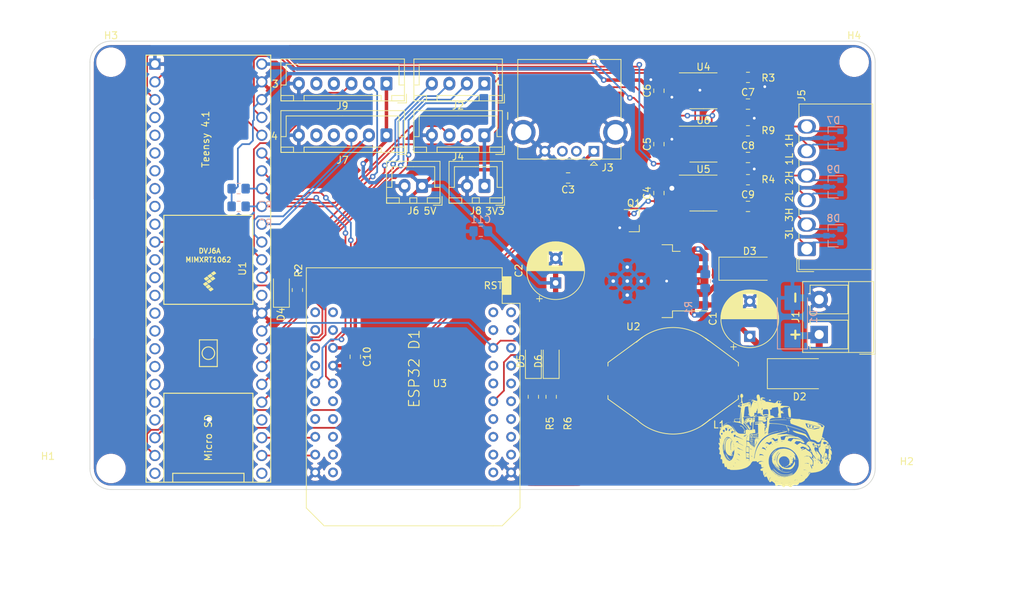
<source format=kicad_pcb>
(kicad_pcb (version 20171130) (host pcbnew "(5.1.9)-1")
  (layers (0 F.Cu signal) (31 B.Cu signal) (34 B.Paste user) (35 F.Paste user) (36 B.SilkS user) (37 F.SilkS user) (38 B.Mask user) (39 F.Mask user hide) (44 Edge.Cuts user))
  (net 0 "")
  (net 1 "Net-(C1-Pad1)")
  (net 2 GND)
  (net 3 +5V)
  (net 4 +5VA)
  (net 5 +3V3)
  (net 6 +BATT)
  (net 7 "Net-(D3-Pad1)")
  (net 8 "Net-(D4-Pad1)")
  (net 9 T4LED)
  (net 10 ESPLED)
  (net 11 "Net-(D5-Pad1)")
  (net 12 "Net-(D6-Pad1)")
  (net 13 ESP_ON)
  (net 14 C1L)
  (net 15 C1H)
  (net 16 C3H)
  (net 17 C3L)
  (net 18 C2L)
  (net 19 C2H)
  (net 20 "Net-(J2-Pad1)")
  (net 21 "Net-(J2-Pad2)")
  (net 22 "Net-(J2-Pad3)")
  (net 23 "Net-(J2-Pad4)")
  (net 24 "Net-(J3-Pad2)")
  (net 25 "Net-(J3-Pad3)")
  (net 26 SCL)
  (net 27 SDA)
  (net 28 "Net-(J7-Pad5)")
  (net 29 "Net-(J7-Pad4)")
  (net 30 RX4)
  (net 31 TX4)
  (net 32 TX3)
  (net 33 RX3)
  (net 34 "Net-(J9-Pad4)")
  (net 35 "Net-(J9-Pad5)")
  (net 36 "Net-(Q1-Pad3)")
  (net 37 "Net-(R3-Pad1)")
  (net 38 "Net-(R4-Pad1)")
  (net 39 "Net-(R9-Pad1)")
  (net 40 CRX1)
  (net 41 CTX1)
  (net 42 "Net-(U1-Pad43)")
  (net 43 "Net-(U1-Pad42)")
  (net 44 "Net-(U1-Pad35)")
  (net 45 CRX2)
  (net 46 CTX2)
  (net 47 "Net-(U1-Pad4)")
  (net 48 "Net-(U1-Pad5)")
  (net 49 "Net-(U1-Pad6)")
  (net 50 "Net-(U1-Pad7)")
  (net 51 "Net-(U1-Pad8)")
  (net 52 "Net-(U1-Pad9)")
  (net 53 "Net-(U1-Pad10)")
  (net 54 "Net-(U1-Pad12)")
  (net 55 "Net-(U1-Pad13)")
  (net 56 "Net-(U1-Pad28)")
  (net 57 "Net-(U1-Pad27)")
  (net 58 "Net-(U1-Pad26)")
  (net 59 "Net-(U1-Pad25)")
  (net 60 "Net-(U1-Pad24)")
  (net 61 CTX3)
  (net 62 CRX3)
  (net 63 "Net-(U1-Pad21)")
  (net 64 "Net-(U1-Pad14)")
  (net 65 "Net-(U1-Pad16)")
  (net 66 "Net-(U1-Pad20)")
  (net 67 "Net-(U1-Pad19)")
  (net 68 "Net-(U1-Pad18)")
  (net 69 "Net-(U1-Pad17)")
  (net 70 "Net-(U3-Pad40)")
  (net 71 "Net-(U3-Pad39)")
  (net 72 "Net-(U3-Pad38)")
  (net 73 "Net-(U3-Pad37)")
  (net 74 "Net-(U3-Pad36)")
  (net 75 "Net-(U3-Pad34)")
  (net 76 "Net-(U3-Pad30)")
  (net 77 "Net-(U3-Pad29)")
  (net 78 "Net-(U3-Pad28)")
  (net 79 "Net-(U3-Pad27)")
  (net 80 "Net-(U3-Pad25)")
  (net 81 "Net-(U3-Pad23)")
  (net 82 "Net-(U3-Pad21)")
  (net 83 "Net-(U3-Pad20)")
  (net 84 "Net-(U3-Pad19)")
  (net 85 "Net-(U3-Pad18)")
  (net 86 "Net-(U3-Pad17)")
  (net 87 "Net-(U3-Pad15)")
  (net 88 "Net-(U3-Pad14)")
  (net 89 "Net-(U3-Pad13)")
  (net 90 "Net-(U3-Pad12)")
  (net 91 "Net-(U3-Pad11)")
  (net 92 "Net-(U3-Pad9)")
  (net 93 "Net-(U3-Pad8)")
  (net 94 "Net-(U3-Pad7)")
  (net 95 "Net-(U3-Pad6)")
  (net 96 "Net-(U3-Pad5)")
  (net 97 "Net-(U3-Pad4)")
  (net 98 "Net-(U3-Pad3)")
  (net 99 "Net-(U3-Pad2)")
  (net 100 "Net-(U1-Pad15)")
  (module Symbol:KiCad-Logo_8mm_Copper (layer F.Cu) (at 139.43 109.062)
    (fp_text reference REF** hide)
    (fp_text value KiCad-Logo_8mm_Copper hide)
    (fp_poly (pts (xy -3.602318 -3.916067) (xy -3.466071 -3.868828) (xy -3.339221 -3.794473) (xy -3.225933 -3.693013) (xy -3.130372 -3.564457) (xy -3.087446 -3.483428) (xy -3.050295 -3.370092) (xy -3.032288 -3.239249) (xy -3.034283 -3.104735) (xy -3.056423 -2.982842) (xy -3.116936 -2.833893) (xy -3.204686 -2.704691) (xy -3.315212 -2.597777) (xy -3.444054 -2.515694) (xy -3.586753 -2.460984) (xy -3.738849 -2.43619) (xy -3.895881 -2.443853) (xy -3.973286 -2.460228) (xy -4.124141 -2.518911) (xy -4.258125 -2.608457) (xy -4.372006 -2.726107) (xy -4.462552 -2.869098) (xy -4.470212 -2.884714) (xy -4.496694 -2.943314) (xy -4.513322 -2.992666) (xy -4.52235 -3.04473) (xy -4.526032 -3.111461) (xy -4.526643 -3.184071) (xy -4.525633 -3.271309) (xy -4.521072 -3.334376) (xy -4.510666 -3.385364) (xy -4.492121 -3.436367) (xy -4.46923 -3.486687) (xy -4.383846 -3.62953) (xy -4.278699 -3.74519) (xy -4.157955 -3.833675) (xy -4.025779 -3.894995) (xy -3.886337 -3.929161) (xy -3.743795 -3.936182) (xy -3.602318 -3.916067)) (layer F.Cu) (width 0.01))
    (fp_poly (pts (xy 9.041571 -2.699911) (xy 9.195876 -2.699277) (xy 9.248321 -2.698958) (xy 9.9695 -2.694214) (xy 9.978571 0.072572) (xy 9.979769 0.447756) (xy 9.980832 0.788417) (xy 9.981827 1.096318) (xy 9.982823 1.373221) (xy 9.983888 1.620888) (xy 9.985091 1.841081) (xy 9.986499 2.035562) (xy 9.988182 2.206094) (xy 9.990206 2.35444) (xy 9.992641 2.482361) (xy 9.995554 2.59162) (xy 9.999015 2.683979) (xy 10.00309 2.7612) (xy 10.007849 2.825046) (xy 10.01336 2.877278) (xy 10.019691 2.91966) (xy 10.02691 2.953953) (xy 10.035085 2.98192) (xy 10.044285 3.005324) (xy 10.054577 3.025925) (xy 10.066031 3.045487) (xy 10.078715 3.065772) (xy 10.092695 3.088543) (xy 10.095561 3.093393) (xy 10.14364 3.175433) (xy 8.753928 3.165929) (xy 8.744857 3.013295) (xy 8.739918 2.940045) (xy 8.734771 2.897696) (xy 8.727786 2.880892) (xy 8.717337 2.884277) (xy 8.708571 2.89396) (xy 8.670388 2.929229) (xy 8.608155 2.974563) (xy 8.530641 3.024546) (xy 8.446613 3.073761) (xy 8.364839 3.116791) (xy 8.302052 3.145101) (xy 8.154954 3.191624) (xy 7.98618 3.224579) (xy 7.808191 3.242707) (xy 7.633447 3.24475) (xy 7.474407 3.229447) (xy 7.471788 3.229009) (xy 7.254168 3.174402) (xy 7.050455 3.087401) (xy 6.862613 2.969876) (xy 6.692607 2.823697) (xy 6.542402 2.650734) (xy 6.413964 2.452857) (xy 6.309257 2.231936) (xy 6.252246 2.068286) (xy 6.214651 1.931375) (xy 6.186771 1.798798) (xy 6.167753 1.662502) (xy 6.156745 1.514433) (xy 6.152895 1.346537) (xy 6.1546 1.20944) (xy 7.493359 1.20944) (xy 7.499694 1.439329) (xy 7.519679 1.637111) (xy 7.553927 1.804539) (xy 7.603055 1.943369) (xy 7.667676 2.055358) (xy 7.748405 2.142259) (xy 7.841591 2.203692) (xy 7.89008 2.226626) (xy 7.932134 2.240375) (xy 7.97902 2.246666) (xy 8.042004 2.247222) (xy 8.109857 2.244773) (xy 8.243295 2.233004) (xy 8.348832 2.209955) (xy 8.382 2.19841) (xy 8.457735 2.164311) (xy 8.537614 2.121491) (xy 8.5725 2.100057) (xy 8.663214 2.040556) (xy 8.663214 0.154584) (xy 8.563428 0.094771) (xy 8.424267 0.027185) (xy 8.282087 -0.012786) (xy 8.14209 -0.025378) (xy 8.009474 -0.010827) (xy 7.88944 0.030632) (xy 7.787188 0.098763) (xy 7.754195 0.131466) (xy 7.674667 0.238619) (xy 7.610299 0.368327) (xy 7.560553 0.522814) (xy 7.524891 0.704302) (xy 7.502775 0.915015) (xy 7.493667 1.157175) (xy 7.493359 1.20944) (xy 6.1546 1.20944) (xy 6.15531 1.152374) (xy 6.170605 0.853713) (xy 6.201358 0.584325) (xy 6.248381 0.340285) (xy 6.312482 0.11767) (xy 6.394472 -0.087444) (xy 6.42373 -0.148254) (xy 6.541581 -0.34656) (xy 6.683996 -0.522788) (xy 6.847629 -0.674092) (xy 7.029131 -0.797629) (xy 7.225153 -0.890553) (xy 7.342655 -0.928885) (xy 7.458054 -0.951641) (xy 7.596907 -0.96518) (xy 7.747574 -0.969508) (xy 7.898413 -0.964632) (xy 8.037785 -0.950556) (xy 8.149691 -0.928475) (xy 8.282884 -0.885172) (xy 8.411979 -0.829489) (xy 8.524928 -0.767064) (xy 8.585043 -0.724697) (xy 8.62651 -0.693193) (xy 8.655545 -0.67401) (xy 8.66215 -0.671286) (xy 8.664198 -0.688837) (xy 8.666107 -0.739125) (xy 8.667836 -0.8186) (xy 8.669341 -0.923714) (xy 8.670581 -1.050917) (xy 8.671513 -1.196661) (xy 8.672095 -1.357397) (xy 8.672286 -1.521116) (xy 8.672179 -1.730812) (xy 8.671658 -1.907604) (xy 8.670416 -2.054874) (xy 8.668148 -2.176003) (xy 8.66455 -2.274373) (xy 8.659317 -2.353366) (xy 8.652144 -2.416362) (xy 8.642726 -2.466745) (xy 8.630758 -2.507895) (xy 8.615935 -2.543194) (xy 8.597952 -2.576023) (xy 8.576505 -2.609765) (xy 8.573745 -2.613943) (xy 8.546083 -2.657644) (xy 8.529382 -2.687695) (xy 8.527143 -2.694033) (xy 8.544643 -2.696033) (xy 8.594574 -2.69766) (xy 8.673085 -2.698888) (xy 8.776323 -2.699689) (xy 8.900436 -2.700039) (xy 9.041571 -2.699911)) (layer F.Cu) (width 0.01))
    (fp_poly (pts (xy 4.185632 -0.97227) (xy 4.275523 -0.965465) (xy 4.532715 -0.931247) (xy 4.760485 -0.876669) (xy 4.959943 -0.80098) (xy 5.132197 -0.70343) (xy 5.278359 -0.583268) (xy 5.399536 -0.439742) (xy 5.496839 -0.272102) (xy 5.567891 -0.090714) (xy 5.585927 -0.032854) (xy 5.601632 0.021329) (xy 5.615192 0.074752) (xy 5.626792 0.130333) (xy 5.636617 0.190988) (xy 5.644853 0.259635) (xy 5.651684 0.33919) (xy 5.657295 0.432572) (xy 5.661872 0.542696) (xy 5.6656 0.672481) (xy 5.668665 0.824842) (xy 5.67125 1.002698) (xy 5.673542 1.208965) (xy 5.675725 1.446561) (xy 5.677286 1.632857) (xy 5.687785 2.911929) (xy 5.755821 3.035018) (xy 5.788038 3.094317) (xy 5.812012 3.140377) (xy 5.82345 3.164893) (xy 5.823857 3.166553) (xy 5.806375 3.168454) (xy 5.756574 3.170205) (xy 5.678421 3.171758) (xy 5.575882 3.173062) (xy 5.452922 3.17407) (xy 5.31351 3.174731) (xy 5.161611 3.174997) (xy 5.1435 3.175) (xy 4.463143 3.175) (xy 4.463143 3.020786) (xy 4.461982 2.951094) (xy 4.458887 2.897794) (xy 4.454432 2.869217) (xy 4.452463 2.866572) (xy 4.434455 2.877653) (xy 4.397393 2.906736) (xy 4.349222 2.947579) (xy 4.348141 2.948524) (xy 4.260235 3.013971) (xy 4.149217 3.079688) (xy 4.027631 3.139219) (xy 3.908021 3.186109) (xy 3.855357 3.202133) (xy 3.750551 3.222485) (xy 3.62195 3.235472) (xy 3.481325 3.240909) (xy 3.340448 3.238611) (xy 3.211093 3.228392) (xy 3.120571 3.213689) (xy 2.89858 3.148499) (xy 2.698729 3.055594) (xy 2.522319 2.936126) (xy 2.37065 2.791247) (xy 2.245024 2.62211) (xy 2.146741 2.429867) (xy 2.104341 2.313214) (xy 2.077768 2.199833) (xy 2.060158 2.063722) (xy 2.05201 1.917437) (xy 2.052278 1.896151) (xy 3.279321 1.896151) (xy 3.289496 2.00485) (xy 3.323378 2.095185) (xy 3.386 2.178995) (xy 3.410052 2.203571) (xy 3.495551 2.270011) (xy 3.594373 2.312574) (xy 3.712768 2.333177) (xy 3.837445 2.334694) (xy 3.955698 2.324677) (xy 4.046239 2.305085) (xy 4.08556 2.29037) (xy 4.156432 2.250265) (xy 4.231525 2.193863) (xy 4.300038 2.130561) (xy 4.351172 2.069755) (xy 4.36475 2.047449) (xy 4.375305 2.016212) (xy 4.38281 1.966507) (xy 4.387613 1.893587) (xy 4.390065 1.792703) (xy 4.390571 1.696689) (xy 4.390228 1.58475) (xy 4.388843 1.503809) (xy 4.385881 1.448585) (xy 4.380808 1.413794) (xy 4.37309 1.394154) (xy 4.362192 1.38438) (xy 4.358821 1.382824) (xy 4.329529 1.378029) (xy 4.271756 1.374108) (xy 4.193304 1.371414) (xy 4.101974 1.370299) (xy 4.082143 1.370298) (xy 3.960063 1.372246) (xy 3.865749 1.378041) (xy 3.790807 1.388475) (xy 3.728903 1.403714) (xy 3.575349 1.461784) (xy 3.454932 1.533179) (xy 3.36661 1.619039) (xy 3.309339 1.720507) (xy 3.282078 1.838725) (xy 3.279321 1.896151) (xy 2.052278 1.896151) (xy 2.053823 1.773533) (xy 2.066096 1.644565) (xy 2.07567 1.59246) (xy 2.136801 1.398997) (xy 2.229757 1.220993) (xy 2.352783 1.060155) (xy 2.504124 0.91819) (xy 2.682025 0.796806) (xy 2.884732 0.697709) (xy 3.057071 0.637533) (xy 3.172253 0.605919) (xy 3.282423 0.581354) (xy 3.394719 0.563039) (xy 3.516275 0.550178) (xy 3.654229 0.541972) (xy 3.815715 0.537624) (xy 3.961715 0.5364) (xy 4.394645 0.535215) (xy 4.386351 0.40508) (xy 4.362801 0.263883) (xy 4.312703 0.142518) (xy 4.238191 0.044017) (xy 4.141399 -0.028591) (xy 4.056171 -0.064021) (xy 3.934056 -0.08635) (xy 3.788683 -0.089557) (xy 3.626867 -0.074823) (xy 3.455422 -0.04333) (xy 3.281163 0.00374) (xy 3.110904 0.065203) (xy 2.987176 0.121417) (xy 2.927647 0.150283) (xy 2.882242 0.170443) (xy 2.85915 0.17831) (xy 2.857897 0.178058) (xy 2.849929 0.160437) (xy 2.830031 0.113733) (xy 2.800077 0.042418) (xy 2.761939 -0.049031) (xy 2.717488 -0.156141) (xy 2.672305 -0.265451) (xy 2.491667 -0.70326) (xy 2.620155 -0.724364) (xy 2.675846 -0.734953) (xy 2.759564 -0.752737) (xy 2.864139 -0.776102) (xy 2.982399 -0.803435) (xy 3.107172 -0.833119) (xy 3.156857 -0.845182) (xy 3.371807 -0.895038) (xy 3.559995 -0.932416) (xy 3.728446 -0.958073) (xy 3.884186 -0.972765) (xy 4.03424 -0.977245) (xy 4.185632 -0.97227)) (layer F.Cu) (width 0.01))
    (fp_poly (pts (xy 0.581378 -2.430769) (xy 0.777019 -2.409351) (xy 0.966562 -2.371015) (xy 1.157717 -2.313762) (xy 1.358196 -2.235591) (xy 1.575708 -2.134504) (xy 1.61488 -2.114924) (xy 1.704772 -2.070638) (xy 1.789553 -2.030761) (xy 1.860855 -1.999102) (xy 1.91031 -1.979468) (xy 1.917908 -1.976996) (xy 1.990714 -1.955183) (xy 1.664803 -1.481056) (xy 1.585123 -1.365177) (xy 1.512272 -1.259306) (xy 1.44873 -1.167038) (xy 1.396972 -1.091967) (xy 1.359477 -1.037687) (xy 1.338723 -1.007793) (xy 1.335351 -1.003059) (xy 1.321655 -1.012958) (xy 1.287943 -1.042715) (xy 1.240244 -1.086927) (xy 1.21392 -1.111916) (xy 1.064772 -1.230544) (xy 0.897268 -1.320687) (xy 0.752928 -1.370064) (xy 0.666283 -1.385571) (xy 0.557796 -1.395021) (xy 0.440227 -1.398239) (xy 0.326334 -1.395049) (xy 0.228879 -1.385276) (xy 0.18999 -1.377791) (xy 0.014712 -1.317488) (xy -0.143235 -1.22541) (xy -0.283732 -1.101727) (xy -0.406665 -0.946607) (xy -0.511915 -0.760219) (xy -0.599365 -0.54273) (xy -0.6689 -0.294308) (xy -0.710225 -0.081643) (xy -0.721006 0.012241) (xy -0.728352 0.133524) (xy -0.732333 0.273493) (xy -0.733021 0.423431) (xy -0.730486 0.574622) (xy -0.7248 0.718351) (xy -0.716033 0.845903) (xy -0.704256 0.948562) (xy -0.701707 0.964401) (xy -0.645519 1.219536) (xy -0.568964 1.445342) (xy -0.471574 1.642831) (xy -0.352886 1.813014) (xy -0.268637 1.905022) (xy -0.11723 2.029943) (xy 0.048817 2.12254) (xy 0.226701 2.182309) (xy 0.413622 2.208746) (xy 0.606778 2.201348) (xy 0.803369 2.159611) (xy 0.919597 2.118771) (xy 1.080438 2.03699) (xy 1.246213 1.919678) (xy 1.339073 1.840345) (xy 1.391214 1.794429) (xy 1.43218 1.760742) (xy 1.455498 1.74451) (xy 1.458393 1.744015) (xy 1.4688 1.760601) (xy 1.495767 1.804432) (xy 1.536996 1.871748) (xy 1.590189 1.958794) (xy 1.65305 2.06181) (xy 1.723281 2.177041) (xy 1.762372 2.241231) (xy 2.060964 2.731677) (xy 1.688161 2.915915) (xy 1.553369 2.982093) (xy 1.444175 3.034278) (xy 1.353907 3.07506) (xy 1.275888 3.107033) (xy 1.203444 3.132787) (xy 1.129901 3.154914) (xy 1.048584 3.176007) (xy 0.970643 3.19453) (xy 0.901366 3.208863) (xy 0.828917 3.219694) (xy 0.746042 3.227626) (xy 0.645488 3.233258) (xy 0.520003 3.237192) (xy 0.435428 3.238891) (xy 0.314754 3.24005) (xy 0.199042 3.239465) (xy 0.095951 3.237304) (xy 0.013138 3.233732) (xy -0.04174 3.228917) (xy -0.044992 3.228437) (xy -0.329957 3.166786) (xy -0.597558 3.073285) (xy -0.847703 2.947993) (xy -1.080296 2.790974) (xy -1.295243 2.602289) (xy -1.49245 2.382) (xy -1.635273 2.186214) (xy -1.78732 1.929949) (xy -1.910227 1.659317) (xy -2.00459 1.372149) (xy -2.071001 1.066276) (xy -2.110056 0.739528) (xy -2.12236 0.407739) (xy -2.112241 0.086779) (xy -2.080439 -0.209354) (xy -2.025946 -0.485655) (xy -1.94775 -0.747119) (xy -1.844841 -0.998742) (xy -1.832553 -1.02481) (xy -1.69718 -1.268493) (xy -1.530911 -1.500382) (xy -1.338459 -1.715677) (xy -1.124534 -1.909578) (xy -0.893845 -2.077285) (xy -0.678891 -2.200304) (xy -0.461742 -2.296655) (xy -0.244132 -2.366449) (xy -0.017638 -2.411587) (xy 0.226166 -2.433969) (xy 0.371928 -2.437269) (xy 0.581378 -2.430769)) (layer F.Cu) (width 0.01))
    (fp_poly (pts (xy -7.870089 -3.33834) (xy -7.52054 -3.338293) (xy -7.35783 -3.338286) (xy -4.753429 -3.338285) (xy -4.753429 -3.184762) (xy -4.737043 -2.997937) (xy -4.687588 -2.825633) (xy -4.60462 -2.666825) (xy -4.487695 -2.52049) (xy -4.448136 -2.480968) (xy -4.30583 -2.368862) (xy -4.148922 -2.287101) (xy -3.982072 -2.235647) (xy -3.809939 -2.214463) (xy -3.637185 -2.223513) (xy -3.46847 -2.262758) (xy -3.308454 -2.332162) (xy -3.161798 -2.431689) (xy -3.095932 -2.491735) (xy -2.973192 -2.638957) (xy -2.883188 -2.800853) (xy -2.826706 -2.975573) (xy -2.804529 -3.161265) (xy -2.804234 -3.179533) (xy -2.803072 -3.33828) (xy -2.7333 -3.338283) (xy -2.671405 -3.329882) (xy -2.614865 -3.309444) (xy -2.611128 -3.307333) (xy -2.598358 -3.300707) (xy -2.586632 -3.295546) (xy -2.575906 -3.290349) (xy -2.566139 -3.28361) (xy -2.557288 -3.273829) (xy -2.549311 -3.2595) (xy -2.542165 -3.239122) (xy -2.535808 -3.211192) (xy -2.530198 -3.174205) (xy -2.525293 -3.12666) (xy -2.521049 -3.067053) (xy -2.517424 -2.993881) (xy -2.514377 -2.905641) (xy -2.511864 -2.80083) (xy -2.509844 -2.677945) (xy -2.508274 -2.535483) (xy -2.507112 -2.37194) (xy -2.506314 -2.185814) (xy -2.50584 -1.975602) (xy -2.505646 -1.7398) (xy -2.50569 -1.476906) (xy -2.50593 -1.185416) (xy -2.506323 -0.863828) (xy -2.506827 -0.510638) (xy -2.5074 -0.124343) (xy -2.507999 0.29656) (xy -2.508068 0.34784) (xy -2.508605 0.771426) (xy -2.509061 1.16023) (xy -2.509484 1.515753) (xy -2.509921 1.839498) (xy -2.510422 2.132966) (xy -2.511035 2.397661) (xy -2.511808 2.635085) (xy -2.512789 2.84674) (xy -2.514026 3.034129) (xy -2.515568 3.198754) (xy -2.517463 3.342117) (xy -2.519759 3.46572) (xy -2.522504 3.571067) (xy -2.525747 3.659659) (xy -2.529536 3.733) (xy -2.533919 3.79259) (xy -2.538945 3.839933) (xy -2.544661 3.876531) (xy -2.551116 3.903886) (xy -2.558359 3.923502) (xy -2.566437 3.936879) (xy -2.575398 3.945521) (xy -2.585292 3.95093) (xy -2.596165 3.954608) (xy -2.608067 3.958058) (xy -2.621046 3.962782) (xy -2.624217 3.96422) (xy -2.634181 3.967451) (xy -2.650859 3.97042) (xy -2.675707 3.973137) (xy -2.71018 3.975613) (xy -2.755736 3.977858) (xy -2.81383 3.979883) (xy -2.885919 3.981698) (xy -2.973458 3.983315) (xy -3.077905 3.984743) (xy -3.200715 3.985993) (xy -3.343345 3.987076) (xy -3.507251 3.988002) (xy -3.69389 3.988782) (xy -3.904716 3.989426) (xy -4.141188 3.989946) (xy -4.404761 3.990351) (xy -4.69689 3.990652) (xy -5.019034 3.99086) (xy -5.372647 3.990985) (xy -5.759186 3.991038) (xy -6.180108 3.991029) (xy -6.316456 3.991016) (xy -6.746716 3.990947) (xy -7.142164 3.990834) (xy -7.504273 3.990665) (xy -7.834517 3.99043) (xy -8.134371 3.990116) (xy -8.405308 3.989713) (xy -8.6488 3.989207) (xy -8.866323 3.988589) (xy -9.05935 3.987846) (xy -9.229354 3.986968) (xy -9.37781 3.985941) (xy -9.50619 3.984756) (xy -9.615969 3.9834) (xy -9.70862 3.981862) (xy -9.785617 3.98013) (xy -9.848434 3.978194) (xy -9.898544 3.97604) (xy -9.937421 3.973659) (xy -9.966538 3.971037) (xy -9.987371 3.968165) (xy -10.001391 3.96503) (xy -10.009034 3.962159) (xy -10.022618 3.95643) (xy -10.03509 3.952206) (xy -10.046498 3.947985) (xy -10.056889 3.942268) (xy -10.066309 3.933555) (xy -10.074808 3.920345) (xy -10.08243 3.901137) (xy -10.089225 3.874433) (xy -10.095238 3.83873) (xy -10.100517 3.79253) (xy -10.10511 3.734332) (xy -10.109064 3.662635) (xy -10.112425 3.57594) (xy -10.115241 3.472746) (xy -10.11756 3.351553) (xy -10.119428 3.21086) (xy -10.119916 3.156857) (xy -9.635704 3.156857) (xy -7.924256 3.156857) (xy -7.957187 3.106964) (xy -7.989947 3.055693) (xy -8.017689 3.006869) (xy -8.040807 2.957076) (xy -8.059697 2.902898) (xy -8.074751 2.840916) (xy -8.086367 2.767715) (xy -8.094936 2.679878) (xy -8.100856 2.573988) (xy -8.104519 2.446628) (xy -8.106321 2.294381) (xy -8.106656 2.113832) (xy -8.105919 1.901562) (xy -8.105501 1.822755) (xy -8.100786 0.977911) (xy -7.565572 1.706557) (xy -7.413946 1.913265) (xy -7.282581 2.09326) (xy -7.170057 2.248925) (xy -7.074957 2.382647) (xy -6.995862 2.496809) (xy -6.931353 2.593797) (xy -6.880012 2.675994) (xy -6.84042 2.745786) (xy -6.81116 2.805558) (xy -6.790812 2.857693) (xy -6.777958 2.904576) (xy -6.771181 2.948593) (xy -6.76906 2.992127) (xy -6.770179 3.037564) (xy -6.770464 3.043275) (xy -6.776357 3.156933) (xy -4.900771 3.156857) (xy -5.040278 3.016189) (xy -5.078135 2.977715) (xy -5.114047 2.940279) (xy -5.149593 2.901814) (xy -5.186347 2.860258) (xy -5.225886 2.813545) (xy -5.269786 2.75961) (xy -5.319623 2.69639) (xy -5.376972 2.621818) (xy -5.443411 2.533832) (xy -5.520515 2.430365) (xy -5.609861 2.309354) (xy -5.713024 2.168734) (xy -5.83158 2.00644) (xy -5.967105 1.820407) (xy -6.121177 1.608571) (xy -6.247462 1.434804) (xy -6.405954 1.216501) (xy -6.544216 1.025629) (xy -6.663499 0.860374) (xy -6.765057 0.718926) (xy -6.850141 0.599471) (xy -6.920005 0.500198) (xy -6.9759 0.419295) (xy -7.01908 0.354949) (xy -7.050797 0.305347) (xy -7.072302 0.268679) (xy -7.08485 0.243132) (xy -7.089692 0.226893) (xy -7.088237 0.218355) (xy -7.070599 0.195635) (xy -7.032466 0.147543) (xy -6.976138 0.076938) (xy -6.903916 -0.013322) (xy -6.818101 -0.120379) (xy -6.720994 -0.241373) (xy -6.614896 -0.373446) (xy -6.502109 -0.51374) (xy -6.384932 -0.659397) (xy -6.265667 -0.807556) (xy -6.200067 -0.889) (xy -4.571314 -0.889) (xy -4.503621 -0.766535) (xy -4.435929 -0.644071) (xy -4.435929 2.911929) (xy -4.503621 3.034393) (xy -4.571314 3.156857) (xy -3.770559 3.156857) (xy -3.579398 3.156802) (xy -3.421501 3.156551) (xy -3.293848 3.155979) (xy -3.193419 3.154959) (xy -3.117193 3.153365) (xy -3.062148 3.15107) (xy -3.025264 3.14795) (xy -3.003521 3.143877) (xy -2.993898 3.138725) (xy -2.993373 3.132367) (xy -2.998926 3.124679) (xy -2.998984 3.124615) (xy -3.02186 3.091524) (xy -3.052151 3.037719) (xy -3.078903 2.984008) (xy -3.129643 2.875643) (xy -3.134818 0.993322) (xy -3.139993 -0.889) (xy -4.571314 -0.889) (xy -6.200067 -0.889) (xy -6.146615 -0.955361) (xy -6.030077 -1.099953) (xy -5.918354 -1.238472) (xy -5.813746 -1.368061) (xy -5.718556 -1.48586) (xy -5.635083 -1.589012) (xy -5.565629 -1.674657) (xy -5.512494 -1.739938) (xy -5.481285 -1.778) (xy -5.360097 -1.92033) (xy -5.243507 -2.04877) (xy -5.135603 -2.159114) (xy -5.04047 -2.247159) (xy -4.972957 -2.301138) (xy -4.893127 -2.358571) (xy -6.729108 -2.358571) (xy -6.728592 -2.250835) (xy -6.733724 -2.171628) (xy -6.753015 -2.098195) (xy -6.782877 -2.028585) (xy -6.802288 -1.989259) (xy -6.823159 -1.950293) (xy -6.847396 -1.909099) (xy -6.876906 -1.863092) (xy -6.913594 -1.809683) (xy -6.959368 -1.746286) (xy -7.016135 -1.670315) (xy -7.0858 -1.579183) (xy -7.17027 -1.470302) (xy -7.271453 -1.341086) (xy -7.391253 -1.188948) (xy -7.531579 -1.011302) (xy -7.547429 -0.991258) (xy -8.100786 -0.291492) (xy -8.106143 -1.066496) (xy -8.107221 -1.298632) (xy -8.106992 -1.495154) (xy -8.105443 -1.656708) (xy -8.102563 -1.783944) (xy -8.098341 -1.877508) (xy -8.092766 -1.938048) (xy -8.090893 -1.949532) (xy -8.061495 -2.070501) (xy -8.022978 -2.179554) (xy -7.979026 -2.267237) (xy -7.952621 -2.304426) (xy -7.90706 -2.358571) (xy -8.77153 -2.358571) (xy -8.977745 -2.358395) (xy -9.150188 -2.357821) (xy -9.291373 -2.356783) (xy -9.403812 -2.355213) (xy -9.490017 -2.353046) (xy -9.552502 -2.350212) (xy -9.593779 -2.346647) (xy -9.61636 -2.342282) (xy -9.622759 -2.337051) (xy -9.622317 -2.335893) (xy -9.603991 -2.308231) (xy -9.573396 -2.264385) (xy -9.557567 -2.242209) (xy -9.541202 -2.22008) (xy -9.526492 -2.200291) (xy -9.513344 -2.180894) (xy -9.501667 -2.159942) (xy -9.491368 -2.135488) (xy -9.482354 -2.105584) (xy -9.474532 -2.068283) (xy -9.467809 -2.021637) (xy -9.462094 -1.963699) (xy -9.457293 -1.892521) (xy -9.453315 -1.806156) (xy -9.450065 -1.702656) (xy -9.447452 -1.580075) (xy -9.445383 -1.436463) (xy -9.443766 -1.269875) (xy -9.442507 -1.078363) (xy -9.441515 -0.859978) (xy -9.440696 -0.612774) (xy -9.439958 -0.334804) (xy -9.439209 -0.024119) (xy -9.438508 0.2613) (xy -9.437847 0.579492) (xy -9.437503 0.883077) (xy -9.437468 1.170115) (xy -9.437732 1.438669) (xy -9.438285 1.686798) (xy -9.43912 1.912563) (xy -9.440227 2.114026) (xy -9.441596 2.289246) (xy -9.443219 2.436286) (xy -9.445087 2.553206) (xy -9.447189 2.638067) (xy -9.449518 2.688929) (xy -9.449959 2.694304) (xy -9.466008 2.817613) (xy -9.491064 2.916644) (xy -9.529221 3.00307) (xy -9.584572 3.088565) (xy -9.591496 3.097893) (xy -9.635704 3.156857) (xy -10.119916 3.156857) (xy -10.120892 3.049168) (xy -10.122001 2.864976) (xy -10.122801 2.656784) (xy -10.123339 2.423091) (xy -10.123662 2.162398) (xy -10.123817 1.873204) (xy -10.123854 1.554009) (xy -10.123817 1.203313) (xy -10.123755 0.819614) (xy -10.123715 0.401414) (xy -10.123714 0.318393) (xy -10.123691 -0.104211) (xy -10.123612 -0.492019) (xy -10.123467 -0.84652) (xy -10.123244 -1.169203) (xy -10.122931 -1.461558) (xy -10.122517 -1.725073) (xy -10.121991 -1.961238) (xy -10.12134 -2.171542) (xy -10.120553 -2.357474) (xy -10.119619 -2.520525) (xy -10.118526 -2.662182) (xy -10.117263 -2.783936) (xy -10.115817 -2.887275) (xy -10.114179 -2.973689) (xy -10.112334 -3.044667) (xy -10.110274 -3.101699) (xy -10.107985 -3.146273) (xy -10.105456 -3.179879) (xy -10.102676 -3.204007) (xy -10.099633 -3.220144) (xy -10.096316 -3.229782) (xy -10.096193 -3.230022) (xy -10.08936 -3.244745) (xy -10.08367 -3.258074) (xy -10.077374 -3.270078) (xy -10.068728 -3.280827) (xy -10.055986 -3.290389) (xy -10.0374 -3.298833) (xy -10.011226 -3.306229) (xy -9.975716 -3.312646) (xy -9.929125 -3.318152) (xy -9.869707 -3.322817) (xy -9.795715 -3.326709) (xy -9.705403 -3.329898) (xy -9.597025 -3.332453) (xy -9.468835 -3.334442) (xy -9.319087 -3.335935) (xy -9.146034 -3.337002) (xy -8.947931 -3.337709) (xy -8.723031 -3.338128) (xy -8.469588 -3.338327) (xy -8.185856 -3.338374) (xy -7.870089 -3.33834)) (layer F.Cu) (width 0.01))
  )
  (module fendt:fendt (layer F.Cu) (at 164.68 106.562)
    (fp_text reference G*** hide)
    (fp_text value LOGO hide)
  )
  (module Package_TO_SOT_SMD:TO-263-5_TabPin3 (layer F.Cu) (at 147.066 83.82 180)
    (fp_text reference U2 (at 2.636 -6.492 180) (layer F.SilkS))
    (fp_text value LM2596S-5)
    (pad 1 smd rect (at -5.775 -3.4 180) (size 4.6 1.1) (layers F.Cu F.Paste F.Mask) (net 1 "Net-(C1-Pad1)"))
    (pad 2 smd rect (at -5.775 -1.7 180) (size 4.6 1.1) (layers F.Cu F.Paste F.Mask) (net 7 "Net-(D3-Pad1)"))
    (pad 3 smd rect (at -5.775 0 180) (size 4.6 1.1) (layers F.Cu F.Paste F.Mask) (net 2 GND))
    (pad 4 smd rect (at -5.775 1.7 180) (size 4.6 1.1) (layers F.Cu F.Paste F.Mask) (net 3 +5V))
    (pad 5 smd rect (at -5.775 3.4 180) (size 4.6 1.1) (layers F.Cu F.Paste F.Mask) (net 36 "Net-(Q1-Pad3)"))
    (pad 3 smd rect (at 3.375 0 180) (size 9.4 10.8) (layers F.Cu F.Mask) (net 2 GND))
    (pad 3 thru_hole circle (at 3.5 0 180) (size 1.5 1.5) (drill 0.5) (layers *.Cu) (net 2 GND))
    (pad 3 thru_hole circle (at 3.5 -2 180) (size 1.5 1.5) (drill 0.5) (layers *.Cu) (net 2 GND))
    (pad 3 thru_hole circle (at 1.5 0 180) (size 1.5 1.5) (drill 0.5) (layers *.Cu) (net 2 GND))
    (pad 3 thru_hole circle (at 5.5 0 180) (size 1.5 1.5) (drill 0.5) (layers *.Cu) (net 2 GND))
    (pad 3 thru_hole circle (at 3.5 2 180) (size 1.5 1.5) (drill 0.5) (layers *.Cu) (net 2 GND))
  )
  (module teensy:Teensy41 (layer F.Cu) (at 83.82 82.042 270)
    (fp_text reference U1 (at 0 -4.86 270) (layer F.SilkS))
    (fp_text value Teensy4.1)
    (fp_text user DVJ6A (at -2.54 -0.18 180) (layer F.SilkS) (effects (font (size 0.7 0.7))))
    (fp_text user MIMXRT1062 (at -1.27 0 180) (layer F.SilkS) (effects (font (size 0.7 0.7))))
    (fp_text user "Micro SD" (at 24.13 0 270) (layer F.SilkS))
    (pad 48 thru_hole circle (at -29.21 -7.62 270) (size 1.6 1.6) (drill 1.1) (layers *.Cu *.Mask) (net 4 +5VA))
    (pad 47 thru_hole circle (at -26.67 -7.62 270) (size 1.6 1.6) (drill 1.1) (layers *.Cu *.Mask) (net 2 GND))
    (pad 46 thru_hole circle (at -24.13 -7.62 270) (size 1.6 1.6) (drill 1.1) (layers *.Cu *.Mask) (net 5 +3V3))
    (pad 45 thru_hole circle (at -21.59 -7.62 270) (size 1.6 1.6) (drill 1.1) (layers *.Cu *.Mask) (net 40 CRX1))
    (pad 44 thru_hole circle (at -19.05 -7.62 270) (size 1.6 1.6) (drill 1.1) (layers *.Cu *.Mask) (net 41 CTX1))
    (pad 43 thru_hole circle (at -16.51 -7.62 270) (size 1.6 1.6) (drill 1.1) (layers *.Cu *.Mask) (net 42 "Net-(U1-Pad43)"))
    (pad 42 thru_hole circle (at -13.97 -7.62 270) (size 1.6 1.6) (drill 1.1) (layers *.Cu *.Mask) (net 43 "Net-(U1-Pad42)"))
    (pad 41 thru_hole circle (at -11.43 -7.62 270) (size 1.6 1.6) (drill 1.1) (layers *.Cu *.Mask) (net 26 SCL))
    (pad 40 thru_hole circle (at -8.89 -7.62 270) (size 1.6 1.6) (drill 1.1) (layers *.Cu *.Mask) (net 27 SDA))
    (pad 39 thru_hole circle (at -6.35 -7.62 270) (size 1.6 1.6) (drill 1.1) (layers *.Cu *.Mask) (net 31 TX4))
    (pad 38 thru_hole circle (at -3.81 -7.62 270) (size 1.6 1.6) (drill 1.1) (layers *.Cu *.Mask) (net 30 RX4))
    (pad 37 thru_hole circle (at -1.27 -7.62 270) (size 1.6 1.6) (drill 1.1) (layers *.Cu *.Mask) (net 33 RX3))
    (pad 36 thru_hole circle (at 1.27 -7.62 270) (size 1.6 1.6) (drill 1.1) (layers *.Cu *.Mask) (net 32 TX3))
    (pad 35 thru_hole circle (at 3.81 -7.62 270) (size 1.6 1.6) (drill 1.1) (layers *.Cu *.Mask) (net 44 "Net-(U1-Pad35)"))
    (pad 1 thru_hole rect (at -29.21 7.62 270) (size 1.6 1.6) (drill 1.1) (layers *.Cu *.Mask) (net 2 GND))
    (pad 2 thru_hole circle (at -26.67 7.62 270) (size 1.6 1.6) (drill 1.1) (layers *.Cu *.Mask) (net 45 CRX2))
    (pad 3 thru_hole circle (at -24.13 7.62 270) (size 1.6 1.6) (drill 1.1) (layers *.Cu *.Mask) (net 46 CTX2))
    (pad 4 thru_hole circle (at -21.59 7.62 270) (size 1.6 1.6) (drill 1.1) (layers *.Cu *.Mask) (net 47 "Net-(U1-Pad4)"))
    (pad 5 thru_hole circle (at -19.05 7.62 270) (size 1.6 1.6) (drill 1.1) (layers *.Cu *.Mask) (net 48 "Net-(U1-Pad5)"))
    (pad 6 thru_hole circle (at -16.51 7.62 270) (size 1.6 1.6) (drill 1.1) (layers *.Cu *.Mask) (net 49 "Net-(U1-Pad6)"))
    (pad 7 thru_hole circle (at -13.97 7.62 270) (size 1.6 1.6) (drill 1.1) (layers *.Cu *.Mask) (net 50 "Net-(U1-Pad7)"))
    (pad 8 thru_hole circle (at -11.43 7.62 270) (size 1.6 1.6) (drill 1.1) (layers *.Cu *.Mask) (net 51 "Net-(U1-Pad8)"))
    (pad 9 thru_hole circle (at -8.89 7.62 270) (size 1.6 1.6) (drill 1.1) (layers *.Cu *.Mask) (net 52 "Net-(U1-Pad9)"))
    (pad 10 thru_hole circle (at -6.35 7.62 270) (size 1.6 1.6) (drill 1.1) (layers *.Cu *.Mask) (net 53 "Net-(U1-Pad10)"))
    (pad 11 thru_hole circle (at -3.81 7.62 270) (size 1.6 1.6) (drill 1.1) (layers *.Cu *.Mask) (net 9 T4LED))
    (pad 12 thru_hole circle (at -1.27 7.62 270) (size 1.6 1.6) (drill 1.1) (layers *.Cu *.Mask) (net 54 "Net-(U1-Pad12)"))
    (pad 13 thru_hole circle (at 1.27 7.62 270) (size 1.6 1.6) (drill 1.1) (layers *.Cu *.Mask) (net 55 "Net-(U1-Pad13)"))
    (pad 34 thru_hole circle (at 6.35 -7.62 270) (size 1.6 1.6) (drill 1.1) (layers *.Cu *.Mask) (net 2 GND))
    (pad 33 thru_hole circle (at 8.89 -7.62 270) (size 1.6 1.6) (drill 1.1) (layers *.Cu *.Mask) (net 13 ESP_ON))
    (pad 32 thru_hole circle (at 11.43 -7.62 270) (size 1.6 1.6) (drill 1.1) (layers *.Cu *.Mask) (net 23 "Net-(J2-Pad4)"))
    (pad 31 thru_hole circle (at 13.97 -7.62 270) (size 1.6 1.6) (drill 1.1) (layers *.Cu *.Mask) (net 22 "Net-(J2-Pad3)"))
    (pad 30 thru_hole circle (at 16.51 -7.62 270) (size 1.6 1.6) (drill 1.1) (layers *.Cu *.Mask) (net 21 "Net-(J2-Pad2)"))
    (pad 29 thru_hole circle (at 19.05 -7.62 270) (size 1.6 1.6) (drill 1.1) (layers *.Cu *.Mask) (net 20 "Net-(J2-Pad1)"))
    (pad 28 thru_hole circle (at 21.59 -7.62 270) (size 1.6 1.6) (drill 1.1) (layers *.Cu *.Mask) (net 56 "Net-(U1-Pad28)"))
    (pad 27 thru_hole circle (at 24.13 -7.62 270) (size 1.6 1.6) (drill 1.1) (layers *.Cu *.Mask) (net 57 "Net-(U1-Pad27)"))
    (pad 26 thru_hole circle (at 26.67 -7.62 270) (size 1.6 1.6) (drill 1.1) (layers *.Cu *.Mask) (net 58 "Net-(U1-Pad26)"))
    (pad 25 thru_hole circle (at 29.21 -7.62 270) (size 1.6 1.6) (drill 1.1) (layers *.Cu *.Mask) (net 59 "Net-(U1-Pad25)"))
    (pad 24 thru_hole circle (at 29.21 7.62 270) (size 1.6 1.6) (drill 1.1) (layers *.Cu *.Mask) (net 60 "Net-(U1-Pad24)"))
    (pad 23 thru_hole circle (at 26.67 7.62 270) (size 1.6 1.6) (drill 1.1) (layers *.Cu *.Mask) (net 61 CTX3))
    (pad 22 thru_hole circle (at 24.13 7.62 270) (size 1.6 1.6) (drill 1.1) (layers *.Cu *.Mask) (net 62 CRX3))
    (pad 21 thru_hole circle (at 21.59 7.62 270) (size 1.6 1.6) (drill 1.1) (layers *.Cu *.Mask) (net 63 "Net-(U1-Pad21)"))
    (pad 14 thru_hole circle (at 3.81 7.62 270) (size 1.6 1.6) (drill 1.1) (layers *.Cu *.Mask) (net 64 "Net-(U1-Pad14)"))
    (pad 15 thru_hole circle (at 6.35 7.62 270) (size 1.6 1.6) (drill 1.1) (layers *.Cu *.Mask) (net 100 "Net-(U1-Pad15)"))
    (pad 16 thru_hole circle (at 8.89 7.62 270) (size 1.6 1.6) (drill 1.1) (layers *.Cu *.Mask) (net 65 "Net-(U1-Pad16)"))
    (pad 20 thru_hole circle (at 19.05 7.62 270) (size 1.6 1.6) (drill 1.1) (layers *.Cu *.Mask) (net 66 "Net-(U1-Pad20)"))
    (pad 19 thru_hole circle (at 16.51 7.62 270) (size 1.6 1.6) (drill 1.1) (layers *.Cu *.Mask) (net 67 "Net-(U1-Pad19)"))
    (pad 18 thru_hole circle (at 13.97 7.62 270) (size 1.6 1.6) (drill 1.1) (layers *.Cu *.Mask) (net 68 "Net-(U1-Pad18)"))
    (pad 17 thru_hole circle (at 11.43 7.62 270) (size 1.6 1.6) (drill 1.1) (layers *.Cu *.Mask) (net 69 "Net-(U1-Pad17)"))
  )
  (module ESP32_mini:ESP32_mini (layer F.Cu) (at 113.03 99.695 180)
    (fp_text reference U3 (at -3.81 1.27 180) (layer F.SilkS))
    (fp_text value mini_esp32)
    (fp_text user RST (at -11.43 15.24 180) (layer F.SilkS))
    (pad 40 thru_hole circle (at 13.97 11.43 90) (size 1.4 1.4) (drill 0.8) (layers *.Cu *.Mask) (net 70 "Net-(U3-Pad40)"))
    (pad 39 thru_hole circle (at 11.43 11.43 90) (size 1.4 1.4) (drill 0.8) (layers *.Cu *.Mask) (net 71 "Net-(U3-Pad39)"))
    (pad 38 thru_hole circle (at 13.97 8.89 90) (size 1.4 1.4) (drill 0.8) (layers *.Cu *.Mask) (net 72 "Net-(U3-Pad38)"))
    (pad 37 thru_hole circle (at 11.43 8.89 90) (size 1.4 1.4) (drill 0.8) (layers *.Cu *.Mask) (net 73 "Net-(U3-Pad37)"))
    (pad 36 thru_hole circle (at 13.97 6.35 90) (size 1.4 1.4) (drill 0.8) (layers *.Cu *.Mask) (net 74 "Net-(U3-Pad36)"))
    (pad 35 thru_hole circle (at 11.43 6.35 90) (size 1.4 1.4) (drill 0.8) (layers *.Cu *.Mask) (net 3 +5V))
    (pad 34 thru_hole circle (at 13.97 3.81 90) (size 1.4 1.4) (drill 0.8) (layers *.Cu *.Mask) (net 75 "Net-(U3-Pad34)"))
    (pad 33 thru_hole circle (at 11.43 3.81 90) (size 1.4 1.4) (drill 0.8) (layers *.Cu *.Mask) (net 2 GND))
    (pad 32 thru_hole circle (at 13.97 1.27 90) (size 1.4 1.4) (drill 0.8) (layers *.Cu *.Mask) (net 42 "Net-(U1-Pad43)"))
    (pad 31 thru_hole circle (at 11.43 1.27 90) (size 1.4 1.4) (drill 0.8) (layers *.Cu *.Mask) (net 43 "Net-(U1-Pad42)"))
    (pad 30 thru_hole circle (at 13.97 -1.27 90) (size 1.4 1.4) (drill 0.8) (layers *.Cu *.Mask) (net 76 "Net-(U3-Pad30)"))
    (pad 29 thru_hole circle (at 11.43 -1.27 90) (size 1.4 1.4) (drill 0.8) (layers *.Cu *.Mask) (net 77 "Net-(U3-Pad29)"))
    (pad 28 thru_hole circle (at 13.97 -3.81 90) (size 1.4 1.4) (drill 0.8) (layers *.Cu *.Mask) (net 78 "Net-(U3-Pad28)"))
    (pad 27 thru_hole circle (at 11.43 -3.81 90) (size 1.4 1.4) (drill 0.8) (layers *.Cu *.Mask) (net 79 "Net-(U3-Pad27)"))
    (pad 26 thru_hole circle (at 13.97 -6.35 90) (size 1.4 1.4) (drill 0.8) (layers *.Cu *.Mask) (net 57 "Net-(U1-Pad27)"))
    (pad 25 thru_hole circle (at 11.43 -6.35 90) (size 1.4 1.4) (drill 0.8) (layers *.Cu *.Mask) (net 80 "Net-(U3-Pad25)"))
    (pad 24 thru_hole circle (at 13.97 -8.89 90) (size 1.4 1.4) (drill 0.8) (layers *.Cu *.Mask) (net 58 "Net-(U1-Pad26)"))
    (pad 23 thru_hole circle (at 11.43 -8.89 90) (size 1.4 1.4) (drill 0.8) (layers *.Cu *.Mask) (net 81 "Net-(U3-Pad23)"))
    (pad 22 thru_hole circle (at 13.97 -11.43 90) (size 1.4 1.4) (drill 0.8) (layers *.Cu *.Mask) (net 2 GND))
    (pad 21 thru_hole circle (at 11.43 -11.43 90) (size 1.4 1.4) (drill 0.8) (layers *.Cu *.Mask) (net 82 "Net-(U3-Pad21)"))
    (pad 20 thru_hole circle (at -11.43 11.43 90) (size 1.4 1.4) (drill 0.8) (layers *.Cu *.Mask) (net 83 "Net-(U3-Pad20)"))
    (pad 19 thru_hole circle (at -13.97 11.43 90) (size 1.4 1.4) (drill 0.8) (layers *.Cu *.Mask) (net 84 "Net-(U3-Pad19)"))
    (pad 18 thru_hole circle (at -11.43 8.89 90) (size 1.4 1.4) (drill 0.8) (layers *.Cu *.Mask) (net 85 "Net-(U3-Pad18)"))
    (pad 17 thru_hole circle (at -13.97 8.89 90) (size 1.4 1.4) (drill 0.8) (layers *.Cu *.Mask) (net 86 "Net-(U3-Pad17)"))
    (pad 16 thru_hole circle (at -11.43 6.35 90) (size 1.4 1.4) (drill 0.8) (layers *.Cu *.Mask) (net 13 ESP_ON))
    (pad 15 thru_hole circle (at -13.97 6.35 90) (size 1.4 1.4) (drill 0.8) (layers *.Cu *.Mask) (net 87 "Net-(U3-Pad15)"))
    (pad 14 thru_hole circle (at -11.43 3.81 90) (size 1.4 1.4) (drill 0.8) (layers *.Cu *.Mask) (net 88 "Net-(U3-Pad14)"))
    (pad 13 thru_hole circle (at -13.97 3.81 90) (size 1.4 1.4) (drill 0.8) (layers *.Cu *.Mask) (net 89 "Net-(U3-Pad13)"))
    (pad 12 thru_hole circle (at -11.43 1.27 90) (size 1.4 1.4) (drill 0.8) (layers *.Cu *.Mask) (net 90 "Net-(U3-Pad12)"))
    (pad 11 thru_hole circle (at -13.97 1.27 90) (size 1.4 1.4) (drill 0.8) (layers *.Cu *.Mask) (net 91 "Net-(U3-Pad11)"))
    (pad 10 thru_hole circle (at -11.43 -1.27 90) (size 1.4 1.4) (drill 0.8) (layers *.Cu *.Mask) (net 10 ESPLED))
    (pad 9 thru_hole circle (at -13.97 -1.27 90) (size 1.4 1.4) (drill 0.8) (layers *.Cu *.Mask) (net 92 "Net-(U3-Pad9)"))
    (pad 8 thru_hole circle (at -11.43 -3.81 90) (size 1.4 1.4) (drill 0.8) (layers *.Cu *.Mask) (net 93 "Net-(U3-Pad8)"))
    (pad 7 thru_hole circle (at -13.97 -3.81 90) (size 1.4 1.4) (drill 0.8) (layers *.Cu *.Mask) (net 94 "Net-(U3-Pad7)"))
    (pad 6 thru_hole circle (at -11.43 -6.35 90) (size 1.4 1.4) (drill 0.8) (layers *.Cu *.Mask) (net 95 "Net-(U3-Pad6)"))
    (pad 5 thru_hole circle (at -13.97 -6.35 90) (size 1.4 1.4) (drill 0.8) (layers *.Cu *.Mask) (net 96 "Net-(U3-Pad5)"))
    (pad 4 thru_hole circle (at -11.43 -8.89 90) (size 1.4 1.4) (drill 0.8) (layers *.Cu *.Mask) (net 97 "Net-(U3-Pad4)"))
    (pad 3 thru_hole circle (at -13.97 -8.89 90) (size 1.4 1.4) (drill 0.8) (layers *.Cu *.Mask) (net 98 "Net-(U3-Pad3)"))
    (pad 1 thru_hole circle (at -13.97 -11.43 90) (size 1.4 1.4) (drill 0.8) (layers *.Cu *.Mask) (net 2 GND))
    (pad 2 thru_hole circle (at -11.43 -11.43 90) (size 1.4 1.4) (drill 0.8) (layers *.Cu *.Mask) (net 99 "Net-(U3-Pad2)"))
  )
  (module Connector_JST:JST_XH_B6B-XH-A_1x06_P2.50mm_Vertical (layer F.Cu) (at 109.22 55.626 180)
    (fp_text reference J9 (at 6.29 -3.186) (layer F.SilkS))
    (fp_text value GPS1)
    (pad 1 thru_hole roundrect (at 0 0 180) (size 1.7 1.95) (drill 0.95) (layers *.Cu *.Mask) (roundrect_rratio 0.1470588235294118) (net 3 +5V))
    (pad 2 thru_hole oval (at 2.5 0 180) (size 1.7 1.95) (drill 0.95) (layers *.Cu *.Mask) (net 32 TX3))
    (pad 3 thru_hole oval (at 5 0 180) (size 1.7 1.95) (drill 0.95) (layers *.Cu *.Mask) (net 33 RX3))
    (pad 4 thru_hole oval (at 7.5 0 180) (size 1.7 1.95) (drill 0.95) (layers *.Cu *.Mask) (net 34 "Net-(J9-Pad4)"))
    (pad 5 thru_hole oval (at 10 0 180) (size 1.7 1.95) (drill 0.95) (layers *.Cu *.Mask) (net 35 "Net-(J9-Pad5)"))
    (pad 6 thru_hole oval (at 12.5 0 180) (size 1.7 1.95) (drill 0.95) (layers *.Cu *.Mask) (net 2 GND))
  )
  (module Resistor_SMD:R_0805_2012Metric_Pad1.20x1.40mm_HandSolder (layer B.Cu) (at 154.686 83.82 270)
    (fp_text reference R1 (at 3.81 2.37 90) (layer B.SilkS) (effects (justify mirror)))
    (fp_text value 47k)
    (pad 2 smd roundrect (at 1 0 270) (size 1.2 1.4) (layers B.Cu B.Paste B.Mask) (roundrect_rratio 0.2083325) (net 1 "Net-(C1-Pad1)"))
    (pad 1 smd roundrect (at -1 0 270) (size 1.2 1.4) (layers B.Cu B.Paste B.Mask) (roundrect_rratio 0.2083325) (net 36 "Net-(Q1-Pad3)"))
  )
  (module Resistor_SMD:R_0805_2012Metric_Pad1.20x1.40mm_HandSolder (layer F.Cu) (at 96.52 85.09 90)
    (fp_text reference R2 (at 2.778 0.16 90) (layer F.SilkS))
    (fp_text value 220)
    (pad 2 smd roundrect (at 1 0 90) (size 1.2 1.4) (layers F.Cu F.Paste F.Mask) (roundrect_rratio 0.2083325) (net 2 GND))
    (pad 1 smd roundrect (at -1 0 90) (size 1.2 1.4) (layers F.Cu F.Paste F.Mask) (roundrect_rratio 0.2083325) (net 8 "Net-(D4-Pad1)"))
  )
  (module Resistor_SMD:R_0805_2012Metric_Pad1.20x1.40mm_HandSolder (layer F.Cu) (at 160.782 54.737)
    (fp_text reference R3 (at 2.898 0.075) (layer F.SilkS))
    (fp_text value 10k)
    (pad 2 smd roundrect (at 1 0) (size 1.2 1.4) (layers F.Cu F.Paste F.Mask) (roundrect_rratio 0.2083325) (net 2 GND))
    (pad 1 smd roundrect (at -1 0) (size 1.2 1.4) (layers F.Cu F.Paste F.Mask) (roundrect_rratio 0.2083325) (net 37 "Net-(R3-Pad1)"))
  )
  (module Resistor_SMD:R_0805_2012Metric_Pad1.20x1.40mm_HandSolder (layer F.Cu) (at 160.782 69.342)
    (fp_text reference R4 (at 2.898 -0.03) (layer F.SilkS))
    (fp_text value 10k)
    (pad 2 smd roundrect (at 1 0) (size 1.2 1.4) (layers F.Cu F.Paste F.Mask) (roundrect_rratio 0.2083325) (net 2 GND))
    (pad 1 smd roundrect (at -1 0) (size 1.2 1.4) (layers F.Cu F.Paste F.Mask) (roundrect_rratio 0.2083325) (net 38 "Net-(R4-Pad1)"))
  )
  (module Resistor_SMD:R_0805_2012Metric_Pad1.20x1.40mm_HandSolder (layer F.Cu) (at 130.175 100.33 270)
    (fp_text reference R5 (at 3.81 -2.37 90) (layer F.SilkS))
    (fp_text value 220)
    (pad 2 smd roundrect (at 1 0 270) (size 1.2 1.4) (layers F.Cu F.Paste F.Mask) (roundrect_rratio 0.2083325) (net 2 GND))
    (pad 1 smd roundrect (at -1 0 270) (size 1.2 1.4) (layers F.Cu F.Paste F.Mask) (roundrect_rratio 0.2083325) (net 11 "Net-(D5-Pad1)"))
  )
  (module Resistor_SMD:R_0805_2012Metric_Pad1.20x1.40mm_HandSolder (layer F.Cu) (at 132.715 100.33 270)
    (fp_text reference R6 (at 3.81 -2.37 90) (layer F.SilkS))
    (fp_text value 220)
    (pad 2 smd roundrect (at 1 0 270) (size 1.2 1.4) (layers F.Cu F.Paste F.Mask) (roundrect_rratio 0.2083325) (net 2 GND))
    (pad 1 smd roundrect (at -1 0 270) (size 1.2 1.4) (layers F.Cu F.Paste F.Mask) (roundrect_rratio 0.2083325) (net 12 "Net-(D6-Pad1)"))
  )
  (module Resistor_SMD:R_0805_2012Metric_Pad1.20x1.40mm_HandSolder (layer B.Cu) (at 88.138 70.612)
    (fp_text reference R7 (at 3.81 2.37) (layer B.SilkS) (effects (justify mirror)))
    (fp_text value 2.2k)
    (pad 2 smd roundrect (at 1 0) (size 1.2 1.4) (layers B.Cu B.Paste B.Mask) (roundrect_rratio 0.2083325) (net 26 SCL))
    (pad 1 smd roundrect (at -1 0) (size 1.2 1.4) (layers B.Cu B.Paste B.Mask) (roundrect_rratio 0.2083325) (net 5 +3V3))
  )
  (module Resistor_SMD:R_0805_2012Metric_Pad1.20x1.40mm_HandSolder (layer B.Cu) (at 88.138 73.152)
    (fp_text reference R8 (at 3.81 2.37 180) (layer B.SilkS) (effects (justify mirror)))
    (fp_text value 2.2k)
    (pad 2 smd roundrect (at 1 0) (size 1.2 1.4) (layers B.Cu B.Paste B.Mask) (roundrect_rratio 0.2083325) (net 27 SDA))
    (pad 1 smd roundrect (at -1 0) (size 1.2 1.4) (layers B.Cu B.Paste B.Mask) (roundrect_rratio 0.2083325) (net 5 +3V3))
  )
  (module Resistor_SMD:R_0805_2012Metric_Pad1.20x1.40mm_HandSolder (layer F.Cu) (at 160.782 62.357)
    (fp_text reference R9 (at 2.898 -0.045) (layer F.SilkS))
    (fp_text value 10k)
    (pad 2 smd roundrect (at 1 0) (size 1.2 1.4) (layers F.Cu F.Paste F.Mask) (roundrect_rratio 0.2083325) (net 2 GND))
    (pad 1 smd roundrect (at -1 0) (size 1.2 1.4) (layers F.Cu F.Paste F.Mask) (roundrect_rratio 0.2083325) (net 39 "Net-(R9-Pad1)"))
  )
  (module Capacitor_THT:CP_Radial_D8.0mm_P5.00mm (layer F.Cu) (at 161.036 91.694 90)
    (fp_text reference C1 (at 2.5 -5.25 90) (layer F.SilkS))
    (fp_text value 470u)
    (pad 1 thru_hole rect (at 0 0 90) (size 1.6 1.6) (drill 0.8) (layers *.Cu *.Mask) (net 1 "Net-(C1-Pad1)"))
    (pad 2 thru_hole circle (at 5 0 90) (size 1.6 1.6) (drill 0.8) (layers *.Cu *.Mask) (net 2 GND))
  )
  (module Capacitor_THT:CP_Radial_D8.0mm_P3.50mm (layer F.Cu) (at 133.35 84.074 90)
    (fp_text reference C2 (at 1.75 -5.25 90) (layer F.SilkS))
    (fp_text value 180u)
    (pad 1 thru_hole rect (at 0 0 90) (size 1.6 1.6) (drill 0.8) (layers *.Cu *.Mask) (net 3 +5V))
    (pad 2 thru_hole circle (at 3.5 0 90) (size 1.6 1.6) (drill 0.8) (layers *.Cu *.Mask) (net 2 GND))
  )
  (module Capacitor_SMD:C_0805_2012Metric_Pad1.18x1.45mm_HandSolder (layer F.Cu) (at 135.128 69.088 180)
    (fp_text reference C3 (at 0 -1.68) (layer F.SilkS))
    (fp_text value 100n)
    (pad 1 smd roundrect (at -1.0375 0 180) (size 1.175 1.45) (layers F.Cu F.Paste F.Mask) (roundrect_rratio 0.2127659574468085) (net 3 +5V))
    (pad 2 smd roundrect (at 1.0375 0 180) (size 1.175 1.45) (layers F.Cu F.Paste F.Mask) (roundrect_rratio 0.2127659574468085) (net 2 GND))
  )
  (module Capacitor_SMD:C_0805_2012Metric_Pad1.18x1.45mm_HandSolder (layer F.Cu) (at 148.082 71.247 90)
    (fp_text reference C4 (at 0 -1.68 90) (layer F.SilkS))
    (fp_text value 100n)
    (pad 1 smd roundrect (at -1.0375 0 90) (size 1.175 1.45) (layers F.Cu F.Paste F.Mask) (roundrect_rratio 0.2127659574468085) (net 4 +5VA))
    (pad 2 smd roundrect (at 1.0375 0 90) (size 1.175 1.45) (layers F.Cu F.Paste F.Mask) (roundrect_rratio 0.2127659574468085) (net 2 GND))
  )
  (module Capacitor_SMD:C_0805_2012Metric_Pad1.18x1.45mm_HandSolder (layer F.Cu) (at 148.082 64.262 90)
    (fp_text reference C5 (at 0 -1.68 90) (layer F.SilkS))
    (fp_text value 100n)
    (pad 2 smd roundrect (at 1.0375 0 90) (size 1.175 1.45) (layers F.Cu F.Paste F.Mask) (roundrect_rratio 0.2127659574468085) (net 2 GND))
    (pad 1 smd roundrect (at -1.0375 0 90) (size 1.175 1.45) (layers F.Cu F.Paste F.Mask) (roundrect_rratio 0.2127659574468085) (net 4 +5VA))
  )
  (module Capacitor_SMD:C_0805_2012Metric_Pad1.18x1.45mm_HandSolder (layer F.Cu) (at 148.082 56.642 90)
    (fp_text reference C6 (at 0 -1.68 90) (layer F.SilkS))
    (fp_text value 100n)
    (pad 1 smd roundrect (at -1.0375 0 90) (size 1.175 1.45) (layers F.Cu F.Paste F.Mask) (roundrect_rratio 0.2127659574468085) (net 4 +5VA))
    (pad 2 smd roundrect (at 1.0375 0 90) (size 1.175 1.45) (layers F.Cu F.Paste F.Mask) (roundrect_rratio 0.2127659574468085) (net 2 GND))
  )
  (module Capacitor_SMD:C_0805_2012Metric_Pad1.18x1.45mm_HandSolder (layer F.Cu) (at 160.782 58.547)
    (fp_text reference C7 (at 0 -1.68) (layer F.SilkS))
    (fp_text value 100n)
    (pad 2 smd roundrect (at 1.0375 0) (size 1.175 1.45) (layers F.Cu F.Paste F.Mask) (roundrect_rratio 0.2127659574468085) (net 2 GND))
    (pad 1 smd roundrect (at -1.0375 0) (size 1.175 1.45) (layers F.Cu F.Paste F.Mask) (roundrect_rratio 0.2127659574468085) (net 5 +3V3))
  )
  (module Capacitor_SMD:C_0805_2012Metric_Pad1.18x1.45mm_HandSolder (layer F.Cu) (at 160.782 66.167)
    (fp_text reference C8 (at 0 -1.68) (layer F.SilkS))
    (fp_text value 100n)
    (pad 1 smd roundrect (at -1.0375 0) (size 1.175 1.45) (layers F.Cu F.Paste F.Mask) (roundrect_rratio 0.2127659574468085) (net 5 +3V3))
    (pad 2 smd roundrect (at 1.0375 0) (size 1.175 1.45) (layers F.Cu F.Paste F.Mask) (roundrect_rratio 0.2127659574468085) (net 2 GND))
  )
  (module Capacitor_SMD:C_0805_2012Metric_Pad1.18x1.45mm_HandSolder (layer F.Cu) (at 160.782 73.152)
    (fp_text reference C9 (at 0 -1.68) (layer F.SilkS))
    (fp_text value 100n)
    (pad 2 smd roundrect (at 1.0375 0) (size 1.175 1.45) (layers F.Cu F.Paste F.Mask) (roundrect_rratio 0.2127659574468085) (net 2 GND))
    (pad 1 smd roundrect (at -1.0375 0) (size 1.175 1.45) (layers F.Cu F.Paste F.Mask) (roundrect_rratio 0.2127659574468085) (net 5 +3V3))
  )
  (module Capacitor_SMD:C_0805_2012Metric_Pad1.18x1.45mm_HandSolder (layer F.Cu) (at 104.775 94.615 270)
    (fp_text reference C10 (at 0 -1.68 90) (layer F.SilkS))
    (fp_text value 100n)
    (pad 2 smd roundrect (at 1.0375 0 270) (size 1.175 1.45) (layers F.Cu F.Paste F.Mask) (roundrect_rratio 0.2127659574468085) (net 2 GND))
    (pad 1 smd roundrect (at -1.0375 0 270) (size 1.175 1.45) (layers F.Cu F.Paste F.Mask) (roundrect_rratio 0.2127659574468085) (net 3 +5V))
  )
  (module Capacitor_SMD:C_0805_2012Metric_Pad1.18x1.45mm_HandSolder (layer B.Cu) (at 122.682 76.708 180)
    (fp_text reference C11 (at 0 1.68 180) (layer B.SilkS) (effects (justify mirror)))
    (fp_text value 100n)
    (pad 1 smd roundrect (at -1.0375 0 180) (size 1.175 1.45) (layers B.Cu B.Paste B.Mask) (roundrect_rratio 0.2127659574468085) (net 3 +5V))
    (pad 2 smd roundrect (at 1.0375 0 180) (size 1.175 1.45) (layers B.Cu B.Paste B.Mask) (roundrect_rratio 0.2127659574468085) (net 2 GND))
  )
  (module Diode_SMD:D_SMB_Handsoldering (layer B.Cu) (at 167.132 88.9 90)
    (fp_text reference D1 (at 0 3 90) (layer B.SilkS) (effects (justify mirror)))
    (fp_text value 16CA)
    (pad 1 smd rect (at -2.7 0 90) (size 3.5 2.3) (layers B.Cu B.Paste B.Mask) (net 6 +BATT))
    (pad 2 smd rect (at 2.7 0 90) (size 3.5 2.3) (layers B.Cu B.Paste B.Mask) (net 2 GND))
  )
  (module Diode_SMD:D_SMB_Handsoldering (layer F.Cu) (at 168.148 97.028)
    (fp_text reference D2 (at 0 3.284) (layer F.SilkS))
    (fp_text value MBRS130LT3G)
    (pad 2 smd rect (at 2.7 0) (size 3.5 2.3) (layers F.Cu F.Paste F.Mask) (net 6 +BATT))
    (pad 1 smd rect (at -2.7 0) (size 3.5 2.3) (layers F.Cu F.Paste F.Mask) (net 1 "Net-(C1-Pad1)"))
  )
  (module Diode_SMD:D_SMA_Handsoldering (layer F.Cu) (at 161.036 82.042)
    (fp_text reference D3 (at 0 -2.5) (layer F.SilkS))
    (fp_text value MBRA340T3G)
    (pad 1 smd rect (at -2.5 0) (size 3.5 1.8) (layers F.Cu F.Paste F.Mask) (net 7 "Net-(D3-Pad1)"))
    (pad 2 smd rect (at 2.5 0) (size 3.5 1.8) (layers F.Cu F.Paste F.Mask) (net 2 GND))
  )
  (module LED_SMD:LED_1206_3216Metric_Pad1.42x1.75mm_HandSolder (layer F.Cu) (at 94.234 85.09 90)
    (fp_text reference D4 (at -3.472 -0.054 90) (layer F.SilkS))
    (fp_text value LED)
    (pad 1 smd roundrect (at -1.4875 0 90) (size 1.425 1.75) (layers F.Cu F.Paste F.Mask) (roundrect_rratio 0.1754385964912281) (net 8 "Net-(D4-Pad1)"))
    (pad 2 smd roundrect (at 1.4875 0 90) (size 1.425 1.75) (layers F.Cu F.Paste F.Mask) (roundrect_rratio 0.1754385964912281) (net 9 T4LED))
  )
  (module LED_SMD:LED_1206_3216Metric_Pad1.42x1.75mm_HandSolder (layer F.Cu) (at 130.175 95.25 90)
    (fp_text reference D5 (at 0 -1.82 90) (layer F.SilkS))
    (fp_text value LED)
    (pad 2 smd roundrect (at 1.4875 0 90) (size 1.425 1.75) (layers F.Cu F.Paste F.Mask) (roundrect_rratio 0.1754385964912281) (net 10 ESPLED))
    (pad 1 smd roundrect (at -1.4875 0 90) (size 1.425 1.75) (layers F.Cu F.Paste F.Mask) (roundrect_rratio 0.1754385964912281) (net 11 "Net-(D5-Pad1)"))
  )
  (module LED_SMD:LED_1206_3216Metric_Pad1.42x1.75mm_HandSolder (layer F.Cu) (at 132.715 95.25 90)
    (fp_text reference D6 (at 0 -1.82 90) (layer F.SilkS))
    (fp_text value LED)
    (pad 1 smd roundrect (at -1.4875 0 90) (size 1.425 1.75) (layers F.Cu F.Paste F.Mask) (roundrect_rratio 0.1754385964912281) (net 12 "Net-(D6-Pad1)"))
    (pad 2 smd roundrect (at 1.4875 0 90) (size 1.425 1.75) (layers F.Cu F.Paste F.Mask) (roundrect_rratio 0.1754385964912281) (net 13 ESP_ON))
  )
  (module Package_TO_SOT_SMD:SOT-23 (layer B.Cu) (at 172.974 63.373 180)
    (fp_text reference D7 (at 0 2.5) (layer B.SilkS) (effects (justify mirror)))
    (fp_text value D_TVS_x2_AAC)
    (pad 3 smd rect (at 1 0 180) (size 0.9 0.8) (layers B.Cu B.Paste B.Mask) (net 2 GND))
    (pad 2 smd rect (at -1 -0.95 180) (size 0.9 0.8) (layers B.Cu B.Paste B.Mask) (net 14 C1L))
    (pad 1 smd rect (at -1 0.95 180) (size 0.9 0.8) (layers B.Cu B.Paste B.Mask) (net 15 C1H))
  )
  (module Package_TO_SOT_SMD:SOT-23 (layer B.Cu) (at 172.974 77.343 180)
    (fp_text reference D8 (at 0 2.5) (layer B.SilkS) (effects (justify mirror)))
    (fp_text value D_TVS_x2_AAC)
    (pad 1 smd rect (at -1 0.95 180) (size 0.9 0.8) (layers B.Cu B.Paste B.Mask) (net 16 C3H))
    (pad 2 smd rect (at -1 -0.95 180) (size 0.9 0.8) (layers B.Cu B.Paste B.Mask) (net 17 C3L))
    (pad 3 smd rect (at 1 0 180) (size 0.9 0.8) (layers B.Cu B.Paste B.Mask) (net 2 GND))
  )
  (module Package_TO_SOT_SMD:SOT-23 (layer B.Cu) (at 172.974 70.358 180)
    (fp_text reference D9 (at 0 2.5) (layer B.SilkS) (effects (justify mirror)))
    (fp_text value D_TVS_x2_AAC)
    (pad 3 smd rect (at 1 0 180) (size 0.9 0.8) (layers B.Cu B.Paste B.Mask) (net 2 GND))
    (pad 2 smd rect (at -1 -0.95 180) (size 0.9 0.8) (layers B.Cu B.Paste B.Mask) (net 18 C2L))
    (pad 1 smd rect (at -1 0.95 180) (size 0.9 0.8) (layers B.Cu B.Paste B.Mask) (net 19 C2H))
  )
  (module MountingHole:MountingHole_3.2mm_M3_DIN965 (layer F.Cu) (at 69.93 110.562)
    (fp_text reference H1 (at -9 -1.75) (layer F.SilkS))
    (fp_text value MountingHole)
    (pad 1 np_thru_hole circle (at 0 0) (size 3.2 3.2) (drill 3.2) (layers *.Cu *.Mask))
  )
  (module MountingHole:MountingHole_3.2mm_M3_DIN965 (layer F.Cu) (at 175.93 110.562)
    (fp_text reference H2 (at 7.5 -1) (layer F.SilkS))
    (fp_text value MountingHole)
    (pad 1 np_thru_hole circle (at 0 0) (size 3.2 3.2) (drill 3.2) (layers *.Cu *.Mask))
  )
  (module MountingHole:MountingHole_3.2mm_M3_DIN965 (layer F.Cu) (at 69.93 52.562)
    (fp_text reference H3 (at 0 -3.8) (layer F.SilkS))
    (fp_text value MountingHole)
    (pad 1 np_thru_hole circle (at 0 0) (size 3.2 3.2) (drill 3.2) (layers *.Cu *.Mask))
  )
  (module MountingHole:MountingHole_3.2mm_M3_DIN965 (layer F.Cu) (at 175.93 52.562)
    (fp_text reference H4 (at 0 -3.8) (layer F.SilkS))
    (fp_text value MountingHole)
    (pad 1 np_thru_hole circle (at 0 0) (size 3.2 3.2) (drill 3.2) (layers *.Cu *.Mask))
  )
  (module TerminalBlock_RND:TerminalBlock_RND_205-00276_1x02_P5.00mm_Vertical (layer F.Cu) (at 170.942 91.44 90)
    (fp_text reference J1 (at 2.5 -3.36 90) (layer F.SilkS))
    (fp_text value P_IN)
    (pad 1 thru_hole rect (at 0 0 90) (size 2.5 2.5) (drill 1.3) (layers *.Cu *.Mask) (net 6 +BATT))
    (pad 2 thru_hole circle (at 5 0 90) (size 2.5 2.5) (drill 1.3) (layers *.Cu *.Mask) (net 2 GND))
  )
  (module Connector_JST:JST_XH_B4B-XH-A_1x04_P2.50mm_Vertical (layer F.Cu) (at 123.19 55.626 180)
    (fp_text reference J2 (at 3.76 -3.186) (layer F.SilkS))
    (fp_text value IO)
    (pad 1 thru_hole roundrect (at 0 0 180) (size 1.7 1.95) (drill 0.95) (layers *.Cu *.Mask) (roundrect_rratio 0.1470588235294118) (net 20 "Net-(J2-Pad1)"))
    (pad 2 thru_hole oval (at 2.5 0 180) (size 1.7 1.95) (drill 0.95) (layers *.Cu *.Mask) (net 21 "Net-(J2-Pad2)"))
    (pad 3 thru_hole oval (at 5 0 180) (size 1.7 1.95) (drill 0.95) (layers *.Cu *.Mask) (net 22 "Net-(J2-Pad3)"))
    (pad 4 thru_hole oval (at 7.5 0 180) (size 1.7 1.95) (drill 0.95) (layers *.Cu *.Mask) (net 23 "Net-(J2-Pad4)"))
  )
  (module Connector_USB:USB_A_CONNFLY_DS1095-WNR0 (layer F.Cu) (at 138.811 65.278 180)
    (fp_text reference J3 (at -1.95 -2.35) (layer F.SilkS))
    (fp_text value USB_A)
    (pad 5 thru_hole circle (at 10.07 2.71 180) (size 3.5 3.5) (drill 2.3) (layers *.Cu *.Mask) (net 2 GND))
    (pad 5 thru_hole circle (at -3.07 2.71 180) (size 3.5 3.5) (drill 2.3) (layers *.Cu *.Mask) (net 2 GND))
    (pad 1 thru_hole rect (at 0 0 180) (size 1.524 1.524) (drill 0.92) (layers *.Cu *.Mask) (net 3 +5V))
    (pad 2 thru_hole circle (at 2.5 0 180) (size 1.524 1.524) (drill 0.92) (layers *.Cu *.Mask) (net 24 "Net-(J3-Pad2)"))
    (pad 3 thru_hole circle (at 4.5 0 180) (size 1.524 1.524) (drill 0.92) (layers *.Cu *.Mask) (net 25 "Net-(J3-Pad3)"))
    (pad 4 thru_hole circle (at 7 0 180) (size 1.524 1.524) (drill 0.92) (layers *.Cu *.Mask) (net 2 GND))
  )
  (module Connector_JST:JST_XH_B4B-XH-A_1x04_P2.50mm_Vertical (layer F.Cu) (at 123.19 62.992 180)
    (fp_text reference J4 (at 3.76 -3.07) (layer F.SilkS))
    (fp_text value I2C)
    (pad 4 thru_hole oval (at 7.5 0 180) (size 1.7 1.95) (drill 0.95) (layers *.Cu *.Mask) (net 2 GND))
    (pad 3 thru_hole oval (at 5 0 180) (size 1.7 1.95) (drill 0.95) (layers *.Cu *.Mask) (net 26 SCL))
    (pad 2 thru_hole oval (at 2.5 0 180) (size 1.7 1.95) (drill 0.95) (layers *.Cu *.Mask) (net 27 SDA))
    (pad 1 thru_hole roundrect (at 0 0 180) (size 1.7 1.95) (drill 0.95) (layers *.Cu *.Mask) (roundrect_rratio 0.1470588235294118) (net 5 +3V3))
  )
  (module Connector_Wago:Wago_734-166_1x06_P3.50mm_Horizontal (layer F.Cu) (at 169.164 79.248 90)
    (fp_text reference J5 (at 21.936 -0.734 90) (layer F.SilkS))
    (fp_text value CAN)
    (pad 1 thru_hole roundrect (at 0 0 90) (size 2 2.6) (drill 1.6) (layers *.Cu *.Mask) (roundrect_rratio 0.125) (net 17 C3L))
    (pad 2 thru_hole oval (at 3.5 0 90) (size 2 2.6) (drill 1.6) (layers *.Cu *.Mask) (net 16 C3H))
    (pad 3 thru_hole oval (at 7 0 90) (size 2 2.6) (drill 1.6) (layers *.Cu *.Mask) (net 18 C2L))
    (pad 4 thru_hole oval (at 10.5 0 90) (size 2 2.6) (drill 1.6) (layers *.Cu *.Mask) (net 19 C2H))
    (pad 5 thru_hole oval (at 14 0 90) (size 2 2.6) (drill 1.6) (layers *.Cu *.Mask) (net 14 C1L))
    (pad 6 thru_hole oval (at 17.5 0 90) (size 2 2.6) (drill 1.6) (layers *.Cu *.Mask) (net 15 C1H))
  )
  (module Connector_JST:JST_XH_B2B-XH-A_1x02_P2.50mm_Vertical (layer F.Cu) (at 114.3 70.231 180)
    (fp_text reference J6 (at 1.25 -3.55) (layer F.SilkS))
    (fp_text value 5V)
    (pad 2 thru_hole oval (at 2.5 0 180) (size 1.7 2) (drill 1) (layers *.Cu *.Mask) (net 2 GND))
    (pad 1 thru_hole roundrect (at 0 0 180) (size 1.7 2) (drill 1) (layers *.Cu *.Mask) (roundrect_rratio 0.1470588235294118) (net 3 +5V))
  )
  (module Connector_JST:JST_XH_B6B-XH-A_1x06_P2.50mm_Vertical (layer F.Cu) (at 109.22 62.992 180)
    (fp_text reference J7 (at 6.25 -3.55) (layer F.SilkS))
    (fp_text value GPS2)
    (pad 6 thru_hole oval (at 12.5 0 180) (size 1.7 1.95) (drill 0.95) (layers *.Cu *.Mask) (net 2 GND))
    (pad 5 thru_hole oval (at 10 0 180) (size 1.7 1.95) (drill 0.95) (layers *.Cu *.Mask) (net 28 "Net-(J7-Pad5)"))
    (pad 4 thru_hole oval (at 7.5 0 180) (size 1.7 1.95) (drill 0.95) (layers *.Cu *.Mask) (net 29 "Net-(J7-Pad4)"))
    (pad 3 thru_hole oval (at 5 0 180) (size 1.7 1.95) (drill 0.95) (layers *.Cu *.Mask) (net 30 RX4))
    (pad 2 thru_hole oval (at 2.5 0 180) (size 1.7 1.95) (drill 0.95) (layers *.Cu *.Mask) (net 31 TX4))
    (pad 1 thru_hole roundrect (at 0 0 180) (size 1.7 1.95) (drill 0.95) (layers *.Cu *.Mask) (roundrect_rratio 0.1470588235294118) (net 3 +5V))
  )
  (module Connector_JST:JST_XH_B2B-XH-A_1x02_P2.50mm_Vertical (layer F.Cu) (at 123.21 70.232 180)
    (fp_text reference J8 (at 1.25 -3.55) (layer F.SilkS))
    (fp_text value 3V3)
    (pad 1 thru_hole roundrect (at 0 0 180) (size 1.7 2) (drill 1) (layers *.Cu *.Mask) (roundrect_rratio 0.1470588235294118) (net 5 +3V3))
    (pad 2 thru_hole oval (at 2.5 0 180) (size 1.7 2) (drill 1) (layers *.Cu *.Mask) (net 2 GND))
  )
  (module Inductor_SMD:L_Fastron_PISR_Handsoldering (layer F.Cu) (at 150.114 98.044)
    (fp_text reference L1 (at 6.566 6.268) (layer F.SilkS))
    (fp_text value 68u)
    (pad 2 smd rect (at -8.33 0) (size 4 3) (layers F.Cu F.Paste F.Mask) (net 3 +5V))
    (pad 1 smd rect (at 8.33 0) (size 4 3) (layers F.Cu F.Paste F.Mask) (net 7 "Net-(D3-Pad1)"))
  )
  (module Package_TO_SOT_SMD:SOT-23 (layer F.Cu) (at 144.526 75.184)
    (fp_text reference Q1 (at 0 -2.5) (layer F.SilkS))
    (fp_text value MMBT3904)
    (pad 1 smd rect (at -1 -0.95) (size 0.9 0.8) (layers F.Cu F.Paste F.Mask) (net 4 +5VA))
    (pad 2 smd rect (at -1 0.95) (size 0.9 0.8) (layers F.Cu F.Paste F.Mask) (net 2 GND))
    (pad 3 smd rect (at 1 0) (size 0.9 0.8) (layers F.Cu F.Paste F.Mask) (net 36 "Net-(Q1-Pad3)"))
  )
  (module Package_SO:SOIC-8_3.9x4.9mm_P1.27mm (layer F.Cu) (at 154.432 56.642)
    (fp_text reference U4 (at 0 -3.4) (layer F.SilkS))
    (fp_text value MCP2562-E-SN)
    (pad 1 smd roundrect (at -2.475 -1.905) (size 1.95 0.6) (layers F.Cu F.Paste F.Mask) (net 41 CTX1))
    (pad 2 smd roundrect (at -2.475 -0.635) (size 1.95 0.6) (layers F.Cu F.Paste F.Mask) (net 2 GND))
    (pad 3 smd roundrect (at -2.475 0.635) (size 1.95 0.6) (layers F.Cu F.Paste F.Mask) (net 4 +5VA))
    (pad 4 smd roundrect (at -2.475 1.905) (size 1.95 0.6) (layers F.Cu F.Paste F.Mask) (net 40 CRX1))
    (pad 5 smd roundrect (at 2.475 1.905) (size 1.95 0.6) (layers F.Cu F.Paste F.Mask) (net 5 +3V3))
    (pad 6 smd roundrect (at 2.475 0.635) (size 1.95 0.6) (layers F.Cu F.Paste F.Mask) (net 14 C1L))
    (pad 7 smd roundrect (at 2.475 -0.635) (size 1.95 0.6) (layers F.Cu F.Paste F.Mask) (net 15 C1H))
    (pad 8 smd roundrect (at 2.475 -1.905) (size 1.95 0.6) (layers F.Cu F.Paste F.Mask) (net 37 "Net-(R3-Pad1)"))
  )
  (module Package_SO:SOIC-8_3.9x4.9mm_P1.27mm (layer F.Cu) (at 154.432 71.247)
    (fp_text reference U5 (at 0 -3.4) (layer F.SilkS))
    (fp_text value MCP2562-E-SN)
    (pad 1 smd roundrect (at -2.475 -1.905) (size 1.95 0.6) (layers F.Cu F.Paste F.Mask) (net 61 CTX3))
    (pad 2 smd roundrect (at -2.475 -0.635) (size 1.95 0.6) (layers F.Cu F.Paste F.Mask) (net 2 GND))
    (pad 3 smd roundrect (at -2.475 0.635) (size 1.95 0.6) (layers F.Cu F.Paste F.Mask) (net 4 +5VA))
    (pad 4 smd roundrect (at -2.475 1.905) (size 1.95 0.6) (layers F.Cu F.Paste F.Mask) (net 62 CRX3))
    (pad 5 smd roundrect (at 2.475 1.905) (size 1.95 0.6) (layers F.Cu F.Paste F.Mask) (net 5 +3V3))
    (pad 6 smd roundrect (at 2.475 0.635) (size 1.95 0.6) (layers F.Cu F.Paste F.Mask) (net 17 C3L))
    (pad 7 smd roundrect (at 2.475 -0.635) (size 1.95 0.6) (layers F.Cu F.Paste F.Mask) (net 16 C3H))
    (pad 8 smd roundrect (at 2.475 -1.905) (size 1.95 0.6) (layers F.Cu F.Paste F.Mask) (net 38 "Net-(R4-Pad1)"))
  )
  (module Package_SO:SOIC-8_3.9x4.9mm_P1.27mm (layer F.Cu) (at 154.432 64.262)
    (fp_text reference U6 (at 0 -3.4) (layer F.SilkS))
    (fp_text value MCP2562-E-SN)
    (pad 8 smd roundrect (at 2.475 -1.905) (size 1.95 0.6) (layers F.Cu F.Paste F.Mask) (net 39 "Net-(R9-Pad1)"))
    (pad 7 smd roundrect (at 2.475 -0.635) (size 1.95 0.6) (layers F.Cu F.Paste F.Mask) (net 19 C2H))
    (pad 6 smd roundrect (at 2.475 0.635) (size 1.95 0.6) (layers F.Cu F.Paste F.Mask) (net 18 C2L))
    (pad 5 smd roundrect (at 2.475 1.905) (size 1.95 0.6) (layers F.Cu F.Paste F.Mask) (net 5 +3V3))
    (pad 4 smd roundrect (at -2.475 1.905) (size 1.95 0.6) (layers F.Cu F.Paste F.Mask) (net 45 CRX2))
    (pad 3 smd roundrect (at -2.475 0.635) (size 1.95 0.6) (layers F.Cu F.Paste F.Mask) (net 4 +5VA))
    (pad 2 smd roundrect (at -2.475 -0.635) (size 1.95 0.6) (layers F.Cu F.Paste F.Mask) (net 2 GND))
    (pad 1 smd roundrect (at -2.475 -1.905) (size 1.95 0.6) (layers F.Cu F.Paste F.Mask) (net 46 CTX2))
  )
  (gr_text I (at 126.52 60.282) (layer F.SilkS) (effects (font (size 1 1))))
  (gr_text 4 (at 93.24 63.132) (layer F.SilkS) (effects (font (size 1 1))))
  (gr_text 3 (at 93.36 55.672) (layer F.SilkS) (effects (font (size 1 1))))
  (gr_text 5V (at 115.43 73.812) (layer F.SilkS) (effects (font (size 1 1))))
  (gr_text 3V3 (at 124.7 73.832) (layer F.SilkS) (effects (font (size 1 1))))
  (gr_text "3L 3H 2L 2H 1L 1H" (at 166.68 70.312 90) (layer F.SilkS) (effects (font (size 1 1))))
  (gr_text "+   -" (at 167.43 88.812 90) (layer F.SilkS) (effects (font (size 1.5 1.5) (thickness 0.3))))
  (gr_text "Fendt-AOG v1\n©Tom Stirnkorb" (at 70.68 82.062 90) (layer F.Cu) (effects (font (size 1.5 1.5) (thickness 0.3))))
  (gr_text "ESP32 D1" (at 113.18 96.312 90) (layer F.SilkS) (effects (font (size 1.5 1.5))))
  (gr_text "Teensy 4.1" (at 83.43 63.562 90) (layer F.SilkS) (effects (font (size 1 1))))
  (gr_line (start 69.93 49.562) (end 175.93 49.562) (layer Edge.Cuts) (width 0.1))
  (gr_line (start 178.93 110.562) (end 178.93 52.562) (layer Edge.Cuts) (width 0.1))
  (gr_arc (start 175.93 52.562) (end 178.93 52.562) (angle -90) (layer Edge.Cuts) (width 0.1))
  (gr_arc (start 175.93 110.562) (end 175.93 113.562) (angle -90) (layer Edge.Cuts) (width 0.1))
  (gr_arc (start 69.93 110.562) (end 66.93 110.562) (angle -90) (layer Edge.Cuts) (width 0.1))
  (gr_arc (start 69.93 52.562) (end 69.93 49.562) (angle -90) (layer Edge.Cuts) (width 0.1))
  (gr_line (start 66.93 110.562) (end 66.93 52.562) (layer Edge.Cuts) (width 0.1))
  (gr_line (start 175.93 113.562) (end 69.93 113.562) (layer Edge.Cuts) (width 0.1))
  (segment (start 165.448 96.106) (end 161.036 91.694) (width 1) (layer F.Cu) (net 1))
  (segment (start 165.448 97.028) (end 165.448 96.106) (width 1) (layer F.Cu) (net 1))
  (segment (start 156.562 87.22) (end 161.036 91.694) (width 0.75) (layer F.Cu) (net 1))
  (segment (start 152.841 87.22) (end 156.562 87.22) (width 0.75) (layer F.Cu) (net 1))
  (via (at 153.162 88.646) (size 0.8) (drill 0.4) (layers F.Cu B.Cu) (net 1))
  (segment (start 152.841 88.325) (end 153.162 88.646) (width 0.75) (layer F.Cu) (net 1))
  (segment (start 152.841 87.22) (end 152.841 88.325) (width 0.75) (layer F.Cu) (net 1))
  (segment (start 153.162 88.646) (end 153.924 88.646) (width 0.75) (layer B.Cu) (net 1))
  (segment (start 154.686 87.884) (end 154.686 84.82) (width 0.75) (layer B.Cu) (net 1))
  (segment (start 153.924 88.646) (end 154.686 87.884) (width 0.75) (layer B.Cu) (net 1))
  (segment (start 104.5425 95.885) (end 104.775 95.6525) (width 0.5) (layer F.Cu) (net 2))
  (segment (start 101.6 95.885) (end 104.5425 95.885) (width 0.5) (layer F.Cu) (net 2))
  (segment (start 170.702 86.2) (end 170.942 86.44) (width 1) (layer B.Cu) (net 2))
  (segment (start 167.132 86.2) (end 170.702 86.2) (width 1) (layer B.Cu) (net 2))
  (via (at 142.494 76.2) (size 0.8) (drill 0.4) (layers F.Cu B.Cu) (net 2))
  (segment (start 142.56 76.134) (end 142.494 76.2) (width 0.25) (layer F.Cu) (net 2))
  (segment (start 143.526 76.134) (end 142.56 76.134) (width 0.25) (layer F.Cu) (net 2))
  (via (at 96.52 82.296) (size 0.8) (drill 0.4) (layers F.Cu B.Cu) (net 2))
  (via (at 83.93 103.562) (size 1) (drill 0.7) (layers F.Cu B.Cu) (net 2))
  (via (at 149.93 70.562) (size 1) (drill 0.7) (layers F.Cu B.Cu) (net 2))
  (via (at 149.93 63.562) (size 0.8) (drill 0.4) (layers F.Cu B.Cu) (net 2))
  (via (at 149.93 57.562) (size 0.8) (drill 0.4) (layers F.Cu B.Cu) (net 2))
  (via (at 153.93 56.562) (size 0.8) (drill 0.4) (layers F.Cu B.Cu) (net 2))
  (via (at 146.93 55.062) (size 0.8) (drill 0.4) (layers F.Cu B.Cu) (net 2))
  (segment (start 147.4725 55.6045) (end 146.93 55.062) (width 0.25) (layer F.Cu) (net 2))
  (segment (start 148.082 55.6045) (end 147.4725 55.6045) (width 0.25) (layer F.Cu) (net 2))
  (via (at 149.18 83.812) (size 0.8) (drill 0.4) (layers F.Cu B.Cu) (net 2))
  (via (at 161.68 67.812) (size 0.8) (drill 0.4) (layers F.Cu B.Cu) (net 2))
  (via (at 161.68 60.562) (size 0.8) (drill 0.4) (layers F.Cu B.Cu) (net 2))
  (via (at 163.18 56.062) (size 0.8) (drill 0.4) (layers F.Cu B.Cu) (net 2))
  (segment (start 109.22 62.992) (end 109.22 55.626) (width 0.5) (layer F.Cu) (net 3))
  (segment (start 104.5425 93.345) (end 104.775 93.5775) (width 0.5) (layer F.Cu) (net 3))
  (segment (start 101.6 93.345) (end 104.5425 93.345) (width 0.5) (layer F.Cu) (net 3))
  (segment (start 149.965999 78.959997) (end 149.965999 81.430001) (width 0.75) (layer F.Cu) (net 3))
  (segment (start 148.851001 77.844999) (end 149.965999 78.959997) (width 0.75) (layer F.Cu) (net 3))
  (segment (start 138.029001 77.844999) (end 148.851001 77.844999) (width 0.75) (layer F.Cu) (net 3))
  (segment (start 149.965999 81.430001) (end 150.655998 82.12) (width 0.75) (layer F.Cu) (net 3))
  (segment (start 133.35 82.524) (end 138.029001 77.844999) (width 0.75) (layer F.Cu) (net 3))
  (segment (start 150.655998 82.12) (end 152.841 82.12) (width 0.75) (layer F.Cu) (net 3))
  (segment (start 133.35 84.074) (end 133.35 82.524) (width 0.75) (layer F.Cu) (net 3))
  (segment (start 133.35 89.61) (end 133.35 84.074) (width 0.75) (layer F.Cu) (net 3))
  (segment (start 141.784 98.044) (end 133.35 89.61) (width 0.75) (layer F.Cu) (net 3))
  (segment (start 131.0855 84.074) (end 123.7195 76.708) (width 0.5) (layer B.Cu) (net 3))
  (segment (start 133.35 84.074) (end 131.0855 84.074) (width 0.5) (layer B.Cu) (net 3))
  (segment (start 117.2425 70.231) (end 114.3 70.231) (width 0.5) (layer B.Cu) (net 3))
  (segment (start 123.7195 76.708) (end 117.2425 70.231) (width 0.5) (layer B.Cu) (net 3))
  (segment (start 136.17601 67.91299) (end 138.811 65.278) (width 0.5) (layer F.Cu) (net 3))
  (segment (start 116.61801 67.91299) (end 136.17601 67.91299) (width 0.5) (layer F.Cu) (net 3))
  (segment (start 114.3 70.231) (end 116.61801 67.91299) (width 0.5) (layer F.Cu) (net 3))
  (segment (start 136.1655 67.9235) (end 136.17601 67.91299) (width 0.5) (layer F.Cu) (net 3))
  (segment (start 136.1655 69.088) (end 136.1655 67.9235) (width 0.5) (layer F.Cu) (net 3))
  (segment (start 105.156 78.220002) (end 105.156 74.799134) (width 0.5) (layer F.Cu) (net 3))
  (segment (start 104.775 78.601002) (end 105.156 78.220002) (width 0.5) (layer F.Cu) (net 3))
  (segment (start 104.775 93.5775) (end 104.775 78.601002) (width 0.5) (layer F.Cu) (net 3))
  (segment (start 105.156 74.799134) (end 107.565134 72.39) (width 0.5) (layer F.Cu) (net 3))
  (segment (start 112.141 72.39) (end 114.3 70.231) (width 0.5) (layer F.Cu) (net 3))
  (segment (start 107.565134 72.39) (end 112.141 72.39) (width 0.5) (layer F.Cu) (net 3))
  (segment (start 106.848857 69.752859) (end 105.918 68.822002) (width 0.5) (layer B.Cu) (net 3))
  (segment (start 107.664859 69.752859) (end 106.848857 69.752859) (width 0.5) (layer B.Cu) (net 3))
  (segment (start 108.636728 68.78099) (end 107.664859 69.752859) (width 0.5) (layer B.Cu) (net 3))
  (segment (start 112.84999 68.78099) (end 108.636728 68.78099) (width 0.5) (layer B.Cu) (net 3))
  (segment (start 114.3 70.231) (end 112.84999 68.78099) (width 0.5) (layer B.Cu) (net 3))
  (via (at 105.918 67.056) (size 0.8) (drill 0.4) (layers F.Cu B.Cu) (net 3))
  (segment (start 105.918 68.822002) (end 105.918 67.056) (width 0.5) (layer B.Cu) (net 3))
  (segment (start 109.22 63.754) (end 109.22 62.992) (width 0.5) (layer F.Cu) (net 3))
  (segment (start 105.918 67.056) (end 109.22 63.754) (width 0.5) (layer F.Cu) (net 3))
  (segment (start 152.333768 57.277) (end 151.957 57.277) (width 0.25) (layer F.Cu) (net 4))
  (segment (start 153.25701 58.200242) (end 152.333768 57.277) (width 0.25) (layer F.Cu) (net 4))
  (segment (start 152.978758 59.17201) (end 153.25701 58.893758) (width 0.25) (layer F.Cu) (net 4))
  (segment (start 149.57451 59.17201) (end 152.978758 59.17201) (width 0.25) (layer F.Cu) (net 4))
  (segment (start 153.25701 58.893758) (end 153.25701 58.200242) (width 0.25) (layer F.Cu) (net 4))
  (segment (start 148.082 57.6795) (end 149.57451 59.17201) (width 0.25) (layer F.Cu) (net 4))
  (segment (start 151.5545 65.2995) (end 151.957 64.897) (width 0.25) (layer F.Cu) (net 4))
  (segment (start 148.082 65.2995) (end 151.5545 65.2995) (width 0.25) (layer F.Cu) (net 4))
  (segment (start 151.5545 72.2845) (end 151.957 71.882) (width 0.25) (layer F.Cu) (net 4))
  (segment (start 148.082 72.2845) (end 151.5545 72.2845) (width 0.25) (layer F.Cu) (net 4))
  (segment (start 91.44 52.832) (end 95.08902 52.832) (width 0.5) (layer B.Cu) (net 4))
  (segment (start 95.08902 52.832) (end 95.758 53.50098) (width 0.5) (layer B.Cu) (net 4))
  (segment (start 138.59098 53.50098) (end 140.208 55.118) (width 0.5) (layer B.Cu) (net 4))
  (via (at 140.208 55.118) (size 0.8) (drill 0.4) (layers F.Cu B.Cu) (net 4))
  (segment (start 95.758 53.50098) (end 138.59098 53.50098) (width 0.5) (layer B.Cu) (net 4))
  (segment (start 145.5205 55.118) (end 148.082 57.6795) (width 0.5) (layer F.Cu) (net 4))
  (segment (start 140.208 55.118) (end 145.5205 55.118) (width 0.5) (layer F.Cu) (net 4))
  (segment (start 153.15201 59.17201) (end 153.25701 59.27701) (width 0.25) (layer F.Cu) (net 4))
  (segment (start 152.978758 59.17201) (end 153.15201 59.17201) (width 0.25) (layer F.Cu) (net 4))
  (segment (start 153.25701 59.27701) (end 153.25701 58.893758) (width 0.25) (layer F.Cu) (net 4))
  (segment (start 153.25701 64.57199) (end 153.25701 59.27701) (width 0.25) (layer F.Cu) (net 4))
  (segment (start 152.932 64.897) (end 151.957 64.897) (width 0.25) (layer F.Cu) (net 4))
  (segment (start 153.25701 71.55699) (end 153.25701 65.22201) (width 0.25) (layer F.Cu) (net 4))
  (segment (start 152.932 71.882) (end 153.25701 71.55699) (width 0.25) (layer F.Cu) (net 4))
  (segment (start 151.957 71.882) (end 152.932 71.882) (width 0.25) (layer F.Cu) (net 4))
  (segment (start 153.25701 65.22201) (end 153.25701 64.57199) (width 0.25) (layer F.Cu) (net 4))
  (segment (start 153.1105 64.7185) (end 153.1105 65.0755) (width 0.25) (layer F.Cu) (net 4))
  (segment (start 153.1105 65.0755) (end 152.932 64.897) (width 0.25) (layer F.Cu) (net 4))
  (segment (start 153.25701 65.22201) (end 153.1105 65.0755) (width 0.25) (layer F.Cu) (net 4))
  (segment (start 152.932 64.897) (end 153.1105 64.7185) (width 0.25) (layer F.Cu) (net 4))
  (segment (start 153.1105 64.7185) (end 153.25701 64.57199) (width 0.25) (layer F.Cu) (net 4))
  (via (at 144.526 74.177) (size 0.8) (drill 0.4) (layers F.Cu B.Cu) (net 4))
  (segment (start 144.469 74.234) (end 144.526 74.177) (width 0.25) (layer F.Cu) (net 4))
  (segment (start 143.526 74.234) (end 144.469 74.234) (width 0.25) (layer F.Cu) (net 4))
  (segment (start 144.526 74.177) (end 146.313 72.39) (width 0.25) (layer B.Cu) (net 4))
  (via (at 146.558 72.39) (size 0.8) (drill 0.4) (layers F.Cu B.Cu) (net 4))
  (segment (start 146.313 72.39) (end 146.558 72.39) (width 0.25) (layer B.Cu) (net 4))
  (segment (start 147.9765 72.39) (end 148.082 72.2845) (width 0.25) (layer F.Cu) (net 4))
  (segment (start 146.558 72.39) (end 147.9765 72.39) (width 0.25) (layer F.Cu) (net 4))
  (segment (start 88.026599 64.891999) (end 88.656598 64.262) (width 0.25) (layer B.Cu) (net 5))
  (segment (start 88.026599 70.323401) (end 88.026599 64.891999) (width 0.25) (layer B.Cu) (net 5))
  (segment (start 87.738 70.612) (end 88.026599 70.323401) (width 0.25) (layer B.Cu) (net 5))
  (segment (start 87.138 70.612) (end 87.738 70.612) (width 0.25) (layer B.Cu) (net 5))
  (segment (start 88.656598 64.262) (end 89.662 64.262) (width 0.25) (layer B.Cu) (net 5))
  (segment (start 89.662 64.262) (end 90.17 63.754) (width 0.25) (layer B.Cu) (net 5))
  (segment (start 90.314999 59.037001) (end 91.44 57.912) (width 0.25) (layer B.Cu) (net 5))
  (segment (start 90.314999 60.815001) (end 90.314999 59.037001) (width 0.25) (layer B.Cu) (net 5))
  (segment (start 90.17 60.96) (end 90.314999 60.815001) (width 0.25) (layer B.Cu) (net 5))
  (segment (start 90.17 63.754) (end 90.17 60.96) (width 0.25) (layer B.Cu) (net 5))
  (segment (start 87.138 70.612) (end 87.138 73.152) (width 0.25) (layer B.Cu) (net 5))
  (segment (start 156.907 73.152) (end 159.7445 73.152) (width 0.25) (layer F.Cu) (net 5))
  (segment (start 156.907 66.167) (end 159.7445 66.167) (width 0.25) (layer F.Cu) (net 5))
  (segment (start 156.907 58.547) (end 159.7445 58.547) (width 0.25) (layer F.Cu) (net 5))
  (segment (start 124.49001 61.69199) (end 123.19 62.992) (width 0.5) (layer B.Cu) (net 5))
  (segment (start 124.49001 54.611044) (end 124.49001 61.69199) (width 0.5) (layer B.Cu) (net 5))
  (segment (start 124.079956 54.20099) (end 124.49001 54.611044) (width 0.5) (layer B.Cu) (net 5))
  (segment (start 95.15101 54.20099) (end 124.079956 54.20099) (width 0.5) (layer B.Cu) (net 5))
  (segment (start 91.44 57.912) (end 95.15101 54.20099) (width 0.5) (layer B.Cu) (net 5))
  (segment (start 123.19 62.992) (end 123.19 70.104) (width 0.5) (layer B.Cu) (net 5))
  (segment (start 123.19 62.992) (end 124.46 61.722) (width 0.25) (layer F.Cu) (net 5))
  (segment (start 124.46 55.626) (end 125.53399 54.55201) (width 0.25) (layer F.Cu) (net 5))
  (segment (start 124.46 61.722) (end 124.46 55.626) (width 0.25) (layer F.Cu) (net 5))
  (segment (start 125.53399 54.55201) (end 136.34001 54.55201) (width 0.25) (layer F.Cu) (net 5))
  (segment (start 137.922 56.134) (end 144.78 56.134) (width 0.25) (layer F.Cu) (net 5))
  (segment (start 136.34001 54.55201) (end 137.922 56.134) (width 0.25) (layer F.Cu) (net 5))
  (segment (start 144.78 56.134) (end 148.844 60.198) (width 0.25) (layer F.Cu) (net 5))
  (via (at 152.146 60.198) (size 0.8) (drill 0.4) (layers F.Cu B.Cu) (net 5))
  (segment (start 148.844 60.198) (end 152.146 60.198) (width 0.25) (layer F.Cu) (net 5))
  (segment (start 152.146 60.198) (end 154.94 60.198) (width 0.25) (layer B.Cu) (net 5))
  (via (at 155.702 60.198) (size 0.8) (drill 0.4) (layers F.Cu B.Cu) (net 5))
  (segment (start 154.94 60.198) (end 155.702 60.198) (width 0.25) (layer B.Cu) (net 5))
  (segment (start 155.702 59.752) (end 156.907 58.547) (width 0.25) (layer F.Cu) (net 5))
  (segment (start 155.702 60.198) (end 155.702 59.752) (width 0.25) (layer F.Cu) (net 5))
  (segment (start 156.337 66.167) (end 156.907 66.167) (width 0.25) (layer F.Cu) (net 5))
  (segment (start 155.60699 65.43699) (end 156.337 66.167) (width 0.25) (layer F.Cu) (net 5))
  (segment (start 155.60699 60.29301) (end 155.60699 65.43699) (width 0.25) (layer F.Cu) (net 5))
  (segment (start 155.702 60.198) (end 155.60699 60.29301) (width 0.25) (layer F.Cu) (net 5))
  (segment (start 155.932 73.152) (end 155.60699 72.82699) (width 0.25) (layer F.Cu) (net 5))
  (segment (start 156.907 73.152) (end 155.932 73.152) (width 0.25) (layer F.Cu) (net 5))
  (segment (start 155.60699 72.82699) (end 155.60699 65.43699) (width 0.25) (layer F.Cu) (net 5))
  (segment (start 170.942 96.934) (end 170.848 97.028) (width 1) (layer F.Cu) (net 6))
  (segment (start 170.942 91.44) (end 170.942 96.934) (width 1) (layer F.Cu) (net 6))
  (segment (start 170.782 91.6) (end 170.942 91.44) (width 1) (layer B.Cu) (net 6))
  (segment (start 167.132 91.6) (end 170.782 91.6) (width 1) (layer B.Cu) (net 6))
  (segment (start 149.965999 89.565999) (end 158.444 98.044) (width 0.75) (layer F.Cu) (net 7))
  (segment (start 149.965999 86.209999) (end 149.965999 89.565999) (width 0.75) (layer F.Cu) (net 7))
  (segment (start 150.655998 85.52) (end 149.965999 86.209999) (width 0.75) (layer F.Cu) (net 7))
  (segment (start 152.841 85.52) (end 150.655998 85.52) (width 0.75) (layer F.Cu) (net 7))
  (segment (start 155.058 85.52) (end 158.536 82.042) (width 0.75) (layer F.Cu) (net 7))
  (segment (start 152.841 85.52) (end 155.058 85.52) (width 0.75) (layer F.Cu) (net 7))
  (segment (start 96.0325 86.5775) (end 96.52 86.09) (width 0.25) (layer F.Cu) (net 8))
  (segment (start 94.234 86.5775) (end 96.0325 86.5775) (width 0.25) (layer F.Cu) (net 8))
  (segment (start 76.2 78.232) (end 80.01 78.232) (width 0.25) (layer F.Cu) (net 9))
  (segment (start 93.399499 84.437001) (end 94.234 83.6025) (width 0.25) (layer F.Cu) (net 9))
  (segment (start 86.215001 84.437001) (end 93.399499 84.437001) (width 0.25) (layer F.Cu) (net 9))
  (segment (start 80.01 78.232) (end 86.215001 84.437001) (width 0.25) (layer F.Cu) (net 9))
  (segment (start 129.567499 94.370001) (end 130.175 93.7625) (width 0.25) (layer F.Cu) (net 10))
  (segment (start 126.997997 94.370001) (end 129.567499 94.370001) (width 0.25) (layer F.Cu) (net 10))
  (segment (start 125.974999 95.392999) (end 126.997997 94.370001) (width 0.25) (layer F.Cu) (net 10))
  (segment (start 125.974999 99.450001) (end 125.974999 95.392999) (width 0.25) (layer F.Cu) (net 10))
  (segment (start 124.46 100.965) (end 125.974999 99.450001) (width 0.25) (layer F.Cu) (net 10))
  (segment (start 130.175 96.7375) (end 130.175 99.33) (width 0.25) (layer F.Cu) (net 11))
  (segment (start 132.715 96.7375) (end 132.715 99.33) (width 0.25) (layer F.Cu) (net 12))
  (segment (start 120.894999 89.779999) (end 124.46 93.345) (width 0.25) (layer B.Cu) (net 13))
  (segment (start 92.592001 89.779999) (end 120.894999 89.779999) (width 0.25) (layer B.Cu) (net 13))
  (segment (start 91.44 90.932) (end 92.592001 89.779999) (width 0.25) (layer B.Cu) (net 13))
  (segment (start 131.272499 92.319999) (end 132.715 93.7625) (width 0.25) (layer F.Cu) (net 13))
  (segment (start 125.485001 92.319999) (end 131.272499 92.319999) (width 0.25) (layer F.Cu) (net 13))
  (segment (start 124.46 93.345) (end 125.485001 92.319999) (width 0.25) (layer F.Cu) (net 13))
  (segment (start 169.164 64.26581) (end 169.164 65.248) (width 0.25) (layer F.Cu) (net 14))
  (segment (start 162.17519 57.277) (end 169.164 64.26581) (width 0.25) (layer F.Cu) (net 14))
  (segment (start 156.907 57.277) (end 162.17519 57.277) (width 0.25) (layer F.Cu) (net 14))
  (segment (start 170.089 64.323) (end 169.164 65.248) (width 0.25) (layer B.Cu) (net 14))
  (segment (start 173.974 64.323) (end 170.089 64.323) (width 0.25) (layer B.Cu) (net 14))
  (segment (start 156.907 56.007) (end 161.5416 56.007) (width 0.25) (layer F.Cu) (net 15))
  (segment (start 167.2826 61.748) (end 169.164 61.748) (width 0.25) (layer F.Cu) (net 15))
  (segment (start 161.5416 56.007) (end 167.2826 61.748) (width 0.25) (layer F.Cu) (net 15))
  (segment (start 169.839 62.423) (end 169.164 61.748) (width 0.25) (layer B.Cu) (net 15))
  (segment (start 173.974 62.423) (end 169.839 62.423) (width 0.25) (layer B.Cu) (net 15))
  (segment (start 164.028 70.612) (end 169.164 75.748) (width 0.25) (layer F.Cu) (net 16))
  (segment (start 156.907 70.612) (end 164.028 70.612) (width 0.25) (layer F.Cu) (net 16))
  (segment (start 169.809 76.393) (end 169.164 75.748) (width 0.25) (layer B.Cu) (net 16))
  (segment (start 173.974 76.393) (end 169.809 76.393) (width 0.25) (layer B.Cu) (net 16))
  (segment (start 169.164 78.87081) (end 169.164 79.248) (width 0.25) (layer F.Cu) (net 17))
  (segment (start 162.17519 71.882) (end 169.164 78.87081) (width 0.25) (layer F.Cu) (net 17))
  (segment (start 156.907 71.882) (end 162.17519 71.882) (width 0.25) (layer F.Cu) (net 17))
  (segment (start 170.119 78.293) (end 169.164 79.248) (width 0.25) (layer B.Cu) (net 17))
  (segment (start 173.974 78.293) (end 170.119 78.293) (width 0.25) (layer B.Cu) (net 17))
  (segment (start 169.164 71.88581) (end 169.164 72.248) (width 0.25) (layer F.Cu) (net 18))
  (segment (start 162.17519 64.897) (end 169.164 71.88581) (width 0.25) (layer F.Cu) (net 18))
  (segment (start 156.907 64.897) (end 162.17519 64.897) (width 0.25) (layer F.Cu) (net 18))
  (segment (start 170.104 71.308) (end 169.164 72.248) (width 0.25) (layer B.Cu) (net 18))
  (segment (start 173.974 71.308) (end 170.104 71.308) (width 0.25) (layer B.Cu) (net 18))
  (segment (start 156.907 63.627) (end 161.5416 63.627) (width 0.25) (layer F.Cu) (net 19))
  (segment (start 166.6626 68.748) (end 169.164 68.748) (width 0.25) (layer F.Cu) (net 19))
  (segment (start 161.5416 63.627) (end 166.6626 68.748) (width 0.25) (layer F.Cu) (net 19))
  (segment (start 169.824 69.408) (end 169.164 68.748) (width 0.25) (layer B.Cu) (net 19))
  (segment (start 173.974 69.408) (end 169.824 69.408) (width 0.25) (layer B.Cu) (net 19))
  (segment (start 91.44 101.092) (end 93.409205 99.122795) (width 0.25) (layer F.Cu) (net 20))
  (segment (start 93.409205 99.122795) (end 93.409205 97.219205) (width 0.25) (layer F.Cu) (net 20))
  (segment (start 99.738402 92.28001) (end 100.535011 91.483401) (width 0.25) (layer F.Cu) (net 20))
  (segment (start 98.348399 92.280011) (end 99.738402 92.28001) (width 0.25) (layer F.Cu) (net 20))
  (segment (start 93.409205 97.219205) (end 98.348399 92.280011) (width 0.25) (layer F.Cu) (net 20))
  (segment (start 100.535011 91.483401) (end 100.53501 87.586598) (width 0.25) (layer F.Cu) (net 20))
  (segment (start 100.53501 87.586598) (end 98.94402 85.995608) (width 0.25) (layer F.Cu) (net 20))
  (segment (start 98.94402 80.197928) (end 100.610366 78.531582) (width 0.25) (layer F.Cu) (net 20))
  (segment (start 98.94402 85.995608) (end 98.94402 80.197928) (width 0.25) (layer F.Cu) (net 20))
  (segment (start 100.610366 78.531582) (end 110.017974 69.123974) (width 0.25) (layer F.Cu) (net 20))
  (segment (start 110.511028 69.123974) (end 112.268 67.367002) (width 0.25) (layer F.Cu) (net 20))
  (segment (start 110.017974 69.123974) (end 110.511028 69.123974) (width 0.25) (layer F.Cu) (net 20))
  (via (at 112.376999 65.786) (size 0.8) (drill 0.4) (layers F.Cu B.Cu) (net 20))
  (segment (start 112.268 65.894999) (end 112.376999 65.786) (width 0.25) (layer F.Cu) (net 20))
  (segment (start 112.268 67.367002) (end 112.268 65.894999) (width 0.25) (layer F.Cu) (net 20))
  (segment (start 112.376999 65.786) (end 112.376999 60.853821) (width 0.25) (layer B.Cu) (net 20))
  (segment (start 112.376999 60.853821) (end 114.81082 58.42) (width 0.25) (layer B.Cu) (net 20))
  (segment (start 120.396 58.42) (end 123.19 55.626) (width 0.25) (layer B.Cu) (net 20))
  (segment (start 114.81082 58.42) (end 120.396 58.42) (width 0.25) (layer B.Cu) (net 20))
  (segment (start 100.085001 87.772999) (end 98.49401 86.182008) (width 0.25) (layer F.Cu) (net 21))
  (segment (start 100.085001 91.297001) (end 100.085001 87.772999) (width 0.25) (layer F.Cu) (net 21))
  (segment (start 99.552001 91.830001) (end 100.085001 91.297001) (width 0.25) (layer F.Cu) (net 21))
  (segment (start 98.161999 91.830001) (end 99.552001 91.830001) (width 0.25) (layer F.Cu) (net 21))
  (segment (start 91.44 98.552) (end 98.161999 91.830001) (width 0.25) (layer F.Cu) (net 21))
  (segment (start 98.49401 80.011528) (end 100.423965 78.081573) (width 0.25) (layer F.Cu) (net 21))
  (segment (start 98.49401 86.182008) (end 98.49401 80.011528) (width 0.25) (layer F.Cu) (net 21))
  (segment (start 110.744 67.761538) (end 110.800462 67.761538) (width 0.25) (layer F.Cu) (net 21))
  (segment (start 100.423965 78.081573) (end 110.744 67.761538) (width 0.25) (layer F.Cu) (net 21))
  (via (at 111.252 67.31) (size 0.8) (drill 0.4) (layers F.Cu B.Cu) (net 21))
  (segment (start 110.800462 67.761538) (end 111.252 67.31) (width 0.25) (layer F.Cu) (net 21))
  (segment (start 111.651999 66.910001) (end 111.651999 60.942411) (width 0.25) (layer B.Cu) (net 21))
  (segment (start 111.252 67.31) (end 111.651999 66.910001) (width 0.25) (layer B.Cu) (net 21))
  (segment (start 111.651999 60.942411) (end 114.68241 57.912) (width 0.25) (layer B.Cu) (net 21))
  (segment (start 118.404 57.912) (end 120.69 55.626) (width 0.25) (layer B.Cu) (net 21))
  (segment (start 114.68241 57.912) (end 118.404 57.912) (width 0.25) (layer B.Cu) (net 21))
  (segment (start 91.44 96.012) (end 93.409205 94.042795) (width 0.25) (layer F.Cu) (net 22))
  (segment (start 93.409205 92.139205) (end 98.044 87.50441) (width 0.25) (layer F.Cu) (net 22))
  (segment (start 93.409205 94.042795) (end 93.409205 92.139205) (width 0.25) (layer F.Cu) (net 22))
  (segment (start 98.044 87.50441) (end 98.044 79.825128) (width 0.25) (layer F.Cu) (net 22))
  (segment (start 98.044 79.825128) (end 100.237564 77.631564) (width 0.25) (layer F.Cu) (net 22))
  (via (at 110.172029 67.129277) (size 0.8) (drill 0.4) (layers F.Cu B.Cu) (net 22))
  (segment (start 110.172029 67.697099) (end 110.172029 67.129277) (width 0.25) (layer F.Cu) (net 22))
  (segment (start 100.237564 77.631564) (end 110.172029 67.697099) (width 0.25) (layer F.Cu) (net 22))
  (segment (start 110.172029 67.129277) (end 110.94001 66.361296) (width 0.25) (layer B.Cu) (net 22))
  (segment (start 110.94001 66.361296) (end 110.94001 61.01799) (width 0.25) (layer B.Cu) (net 22))
  (segment (start 110.94001 61.01799) (end 114.554 57.404) (width 0.25) (layer B.Cu) (net 22))
  (segment (start 116.412 57.404) (end 118.19 55.626) (width 0.25) (layer B.Cu) (net 22))
  (segment (start 114.554 57.404) (end 116.412 57.404) (width 0.25) (layer B.Cu) (net 22))
  (via (at 108.966 67.31) (size 0.8) (drill 0.4) (layers F.Cu B.Cu) (net 23))
  (segment (start 108.966 67.31) (end 110.49 65.786) (width 0.25) (layer B.Cu) (net 23))
  (segment (start 110.49 60.826) (end 115.69 55.626) (width 0.25) (layer B.Cu) (net 23))
  (segment (start 110.49 65.786) (end 110.49 60.826) (width 0.25) (layer B.Cu) (net 23))
  (segment (start 108.966 68.266718) (end 108.966 67.31) (width 0.25) (layer F.Cu) (net 23))
  (segment (start 97.54501 79.687708) (end 108.966 68.266718) (width 0.25) (layer F.Cu) (net 23))
  (segment (start 97.54501 87.36699) (end 97.54501 79.687708) (width 0.25) (layer F.Cu) (net 23))
  (segment (start 91.44 93.472) (end 97.54501 87.36699) (width 0.25) (layer F.Cu) (net 23))
  (segment (start 116.88999 61.69199) (end 118.19 62.992) (width 0.25) (layer F.Cu) (net 26))
  (segment (start 112.80601 61.69199) (end 116.88999 61.69199) (width 0.25) (layer F.Cu) (net 26))
  (segment (start 93.472 72.644) (end 101.854 72.644) (width 0.25) (layer F.Cu) (net 26))
  (segment (start 101.854 72.644) (end 112.80601 61.69199) (width 0.25) (layer F.Cu) (net 26))
  (segment (start 91.44 70.612) (end 93.472 72.644) (width 0.25) (layer F.Cu) (net 26))
  (segment (start 89.138 70.612) (end 91.44 70.612) (width 0.25) (layer B.Cu) (net 26))
  (segment (start 91.44 73.152) (end 101.98241 73.152) (width 0.25) (layer F.Cu) (net 27))
  (segment (start 119.38999 64.29201) (end 120.69 62.992) (width 0.25) (layer F.Cu) (net 27))
  (segment (start 110.8424 64.29201) (end 119.38999 64.29201) (width 0.25) (layer F.Cu) (net 27))
  (segment (start 101.98241 73.152) (end 110.8424 64.29201) (width 0.25) (layer F.Cu) (net 27))
  (segment (start 89.138 73.152) (end 91.44 73.152) (width 0.25) (layer B.Cu) (net 27))
  (segment (start 90.314999 75.151999) (end 90.899999 74.566999) (width 0.25) (layer B.Cu) (net 30))
  (segment (start 90.899999 74.566999) (end 94.508591 74.566999) (width 0.25) (layer B.Cu) (net 30))
  (segment (start 90.314999 77.106999) (end 90.314999 75.151999) (width 0.25) (layer B.Cu) (net 30))
  (segment (start 91.44 78.232) (end 90.314999 77.106999) (width 0.25) (layer B.Cu) (net 30))
  (segment (start 104.22 64.85559) (end 104.22 62.992) (width 0.25) (layer B.Cu) (net 30))
  (segment (start 94.508591 74.566999) (end 104.22 64.85559) (width 0.25) (layer B.Cu) (net 30))
  (segment (start 94.02 75.692) (end 106.72 62.992) (width 0.25) (layer B.Cu) (net 31))
  (segment (start 91.44 75.692) (end 94.02 75.692) (width 0.25) (layer B.Cu) (net 31))
  (segment (start 92.565001 82.186999) (end 93.835001 82.186999) (width 0.25) (layer F.Cu) (net 32))
  (segment (start 91.44 83.312) (end 92.565001 82.186999) (width 0.25) (layer F.Cu) (net 32))
  (via (at 107.256858 68.902858) (size 0.8) (drill 0.4) (layers F.Cu B.Cu) (net 32))
  (segment (start 107.119142 68.902858) (end 107.256858 68.902858) (width 0.25) (layer F.Cu) (net 32))
  (segment (start 93.835001 82.186999) (end 107.119142 68.902858) (width 0.25) (layer F.Cu) (net 32))
  (segment (start 107.89501 56.80101) (end 106.72 55.626) (width 0.25) (layer B.Cu) (net 32))
  (segment (start 107.89501 68.264706) (end 107.89501 56.80101) (width 0.25) (layer B.Cu) (net 32))
  (segment (start 107.256858 68.902858) (end 107.89501 68.264706) (width 0.25) (layer B.Cu) (net 32))
  (segment (start 100.999275 56.92601) (end 102.91999 56.92601) (width 0.25) (layer F.Cu) (net 33))
  (segment (start 91.189997 64.117001) (end 93.808284 64.117001) (width 0.25) (layer F.Cu) (net 33))
  (segment (start 102.91999 56.92601) (end 104.22 55.626) (width 0.25) (layer F.Cu) (net 33))
  (segment (start 93.808284 64.117001) (end 100.999275 56.92601) (width 0.25) (layer F.Cu) (net 33))
  (segment (start 90.314999 64.991999) (end 91.189997 64.117001) (width 0.25) (layer F.Cu) (net 33))
  (segment (start 90.314999 79.646999) (end 90.314999 64.991999) (width 0.25) (layer F.Cu) (net 33))
  (segment (start 91.44 80.772) (end 90.314999 79.646999) (width 0.25) (layer F.Cu) (net 33))
  (segment (start 154.686 82.82) (end 154.686 80.01) (width 0.75) (layer B.Cu) (net 36))
  (via (at 153.67 79.248) (size 0.8) (drill 0.4) (layers F.Cu B.Cu) (net 36))
  (segment (start 153.924 79.248) (end 153.67 79.248) (width 0.75) (layer B.Cu) (net 36))
  (segment (start 154.686 80.01) (end 153.924 79.248) (width 0.75) (layer B.Cu) (net 36))
  (segment (start 153.67 79.248) (end 153.162 79.248) (width 0.75) (layer F.Cu) (net 36))
  (segment (start 152.841 79.569) (end 152.841 80.42) (width 0.75) (layer F.Cu) (net 36))
  (segment (start 153.162 79.248) (end 152.841 79.569) (width 0.75) (layer F.Cu) (net 36))
  (segment (start 148.456 75.184) (end 152.841 79.569) (width 0.25) (layer F.Cu) (net 36))
  (segment (start 145.526 75.184) (end 148.456 75.184) (width 0.25) (layer F.Cu) (net 36))
  (segment (start 156.907 54.737) (end 159.782 54.737) (width 0.25) (layer F.Cu) (net 37))
  (segment (start 156.907 69.342) (end 159.782 69.342) (width 0.25) (layer F.Cu) (net 38))
  (segment (start 156.907 62.357) (end 159.782 62.357) (width 0.25) (layer F.Cu) (net 39))
  (segment (start 90.314999 59.326999) (end 90.314999 52.291999) (width 0.25) (layer F.Cu) (net 40))
  (segment (start 91.44 60.452) (end 90.314999 59.326999) (width 0.25) (layer F.Cu) (net 40))
  (segment (start 150.65699 57.623758) (end 151.580232 58.547) (width 0.25) (layer F.Cu) (net 40))
  (segment (start 151.580232 58.547) (end 151.957 58.547) (width 0.25) (layer F.Cu) (net 40))
  (segment (start 150.65699 56.5538) (end 150.65699 57.623758) (width 0.25) (layer F.Cu) (net 40))
  (segment (start 90.899999 51.706999) (end 93.870999 51.706999) (width 0.25) (layer F.Cu) (net 40))
  (segment (start 90.314999 52.291999) (end 90.899999 51.706999) (width 0.25) (layer F.Cu) (net 40))
  (segment (start 93.870999 51.706999) (end 96.266 54.102) (width 0.25) (layer F.Cu) (net 40))
  (segment (start 148.20519 54.102) (end 150.65699 56.5538) (width 0.25) (layer F.Cu) (net 40))
  (segment (start 96.266 54.102) (end 148.20519 54.102) (width 0.25) (layer F.Cu) (net 40))
  (segment (start 87.774999 59.326999) (end 87.774999 54.195589) (width 0.25) (layer F.Cu) (net 41))
  (segment (start 91.44 62.992) (end 87.774999 59.326999) (width 0.25) (layer F.Cu) (net 41))
  (segment (start 90.713599 51.256989) (end 94.0574 51.25699) (width 0.25) (layer F.Cu) (net 41))
  (segment (start 87.774999 54.195589) (end 90.713599 51.256989) (width 0.25) (layer F.Cu) (net 41))
  (segment (start 150.87199 53.65199) (end 151.957 54.737) (width 0.25) (layer F.Cu) (net 41))
  (segment (start 96.4524 53.65199) (end 150.87199 53.65199) (width 0.25) (layer F.Cu) (net 41))
  (segment (start 94.0574 51.25699) (end 96.4524 53.65199) (width 0.25) (layer F.Cu) (net 41))
  (segment (start 91.44 65.532) (end 93.66801 67.76001) (width 0.25) (layer F.Cu) (net 42))
  (segment (start 93.66801 67.76001) (end 93.66801 71.1876) (width 0.25) (layer F.Cu) (net 42))
  (segment (start 93.66801 71.1876) (end 94.1664 71.68599) (width 0.25) (layer F.Cu) (net 42))
  (segment (start 94.1664 71.68599) (end 96.774 71.68599) (width 0.25) (layer F.Cu) (net 42))
  (segment (start 96.774 71.68599) (end 97.536 71.68599) (width 0.25) (layer F.Cu) (net 42))
  (via (at 100.584 71.919) (size 0.8) (drill 0.4) (layers F.Cu B.Cu) (net 42))
  (segment (start 99.858999 71.193999) (end 100.584 71.919) (width 0.25) (layer F.Cu) (net 42))
  (segment (start 98.027991 71.193999) (end 99.858999 71.193999) (width 0.25) (layer F.Cu) (net 42))
  (segment (start 97.536 71.68599) (end 98.027991 71.193999) (width 0.25) (layer F.Cu) (net 42))
  (via (at 104.14 77.978) (size 0.8) (drill 0.4) (layers F.Cu B.Cu) (net 42))
  (segment (start 104.14 75.475) (end 104.14 77.978) (width 0.25) (layer B.Cu) (net 42))
  (segment (start 100.584 71.919) (end 104.14 75.475) (width 0.25) (layer B.Cu) (net 42))
  (segment (start 104.14 77.978) (end 104.14 90.424) (width 0.25) (layer F.Cu) (net 42))
  (via (at 102.807654 92.139654) (size 0.8) (drill 0.4) (layers F.Cu B.Cu) (net 42))
  (segment (start 102.807654 91.756346) (end 102.807654 92.139654) (width 0.25) (layer F.Cu) (net 42))
  (segment (start 104.14 90.424) (end 102.807654 91.756346) (width 0.25) (layer F.Cu) (net 42))
  (segment (start 100.085001 97.399999) (end 99.06 98.425) (width 0.25) (layer B.Cu) (net 42))
  (segment (start 100.085001 93.342997) (end 100.085001 97.399999) (width 0.25) (layer B.Cu) (net 42))
  (segment (start 101.288344 92.139654) (end 100.085001 93.342997) (width 0.25) (layer B.Cu) (net 42))
  (segment (start 102.807654 92.139654) (end 101.288344 92.139654) (width 0.25) (layer B.Cu) (net 42))
  (segment (start 91.44 68.072) (end 93.218 69.85) (width 0.25) (layer F.Cu) (net 43))
  (segment (start 93.218 69.85) (end 93.218 71.374) (width 0.25) (layer F.Cu) (net 43))
  (segment (start 93.218 71.374) (end 93.98 72.136) (width 0.25) (layer F.Cu) (net 43))
  (via (at 99.218293 71.919) (size 0.8) (drill 0.4) (layers F.Cu B.Cu) (net 43))
  (segment (start 99.001293 72.136) (end 99.218293 71.919) (width 0.25) (layer F.Cu) (net 43))
  (segment (start 93.98 72.136) (end 99.001293 72.136) (width 0.25) (layer F.Cu) (net 43))
  (segment (start 99.218293 71.919) (end 103.378 76.078707) (width 0.25) (layer B.Cu) (net 43))
  (via (at 103.378 76.962) (size 0.8) (drill 0.4) (layers F.Cu B.Cu) (net 43))
  (segment (start 103.378 76.078707) (end 103.378 76.962) (width 0.25) (layer B.Cu) (net 43))
  (segment (start 100.574999 97.399999) (end 101.6 98.425) (width 0.25) (layer F.Cu) (net 43))
  (segment (start 101.107999 92.319999) (end 100.574999 92.852999) (width 0.25) (layer F.Cu) (net 43))
  (segment (start 101.602003 92.319999) (end 101.107999 92.319999) (width 0.25) (layer F.Cu) (net 43))
  (segment (start 103.378 90.544002) (end 101.602003 92.319999) (width 0.25) (layer F.Cu) (net 43))
  (segment (start 100.574999 92.852999) (end 100.574999 97.399999) (width 0.25) (layer F.Cu) (net 43))
  (segment (start 103.378 76.962) (end 103.378 90.544002) (width 0.25) (layer F.Cu) (net 43))
  (segment (start 94.243801 50.806981) (end 96.6388 53.20198) (width 0.25) (layer F.Cu) (net 45))
  (segment (start 80.765019 50.806981) (end 94.243801 50.806981) (width 0.25) (layer F.Cu) (net 45))
  (segment (start 76.2 55.372) (end 80.765019 50.806981) (width 0.25) (layer F.Cu) (net 45))
  (segment (start 96.6388 53.20198) (end 145.288 53.20198) (width 0.25) (layer F.Cu) (net 45))
  (via (at 145.288 52.92699) (size 0.8) (drill 0.4) (layers F.Cu B.Cu) (net 45))
  (segment (start 145.288 53.20198) (end 145.288 52.92699) (width 0.25) (layer F.Cu) (net 45))
  (segment (start 145.288 52.92699) (end 145.288 65.024) (width 0.25) (layer B.Cu) (net 45))
  (via (at 147.32 67.056) (size 0.8) (drill 0.4) (layers F.Cu B.Cu) (net 45))
  (segment (start 145.288 65.024) (end 147.32 67.056) (width 0.25) (layer B.Cu) (net 45))
  (segment (start 151.068 67.056) (end 151.957 66.167) (width 0.25) (layer F.Cu) (net 45))
  (segment (start 147.32 67.056) (end 151.068 67.056) (width 0.25) (layer F.Cu) (net 45))
  (segment (start 138.76403 52.75197) (end 138.76403 52.47698) (width 0.25) (layer F.Cu) (net 46))
  (segment (start 96.8252 52.75197) (end 138.76403 52.75197) (width 0.25) (layer F.Cu) (net 46))
  (segment (start 94.430202 50.356972) (end 96.8252 52.75197) (width 0.25) (layer F.Cu) (net 46))
  (segment (start 75.074999 51.771999) (end 76.490027 50.356971) (width 0.25) (layer F.Cu) (net 46))
  (segment (start 75.074999 56.786999) (end 75.074999 51.771999) (width 0.25) (layer F.Cu) (net 46))
  (segment (start 76.2 57.912) (end 75.074999 56.786999) (width 0.25) (layer F.Cu) (net 46))
  (segment (start 76.490027 50.356971) (end 94.430202 50.356972) (width 0.25) (layer F.Cu) (net 46))
  (via (at 138.76403 52.47698) (size 0.8) (drill 0.4) (layers F.Cu B.Cu) (net 46))
  (segment (start 138.76403 52.47698) (end 143.94505 57.658) (width 0.25) (layer B.Cu) (net 46))
  (via (at 143.94505 57.658) (size 0.8) (drill 0.4) (layers F.Cu B.Cu) (net 46))
  (segment (start 149.209735 62.357) (end 151.957 62.357) (width 0.25) (layer F.Cu) (net 46))
  (segment (start 144.510735 57.658) (end 149.209735 62.357) (width 0.25) (layer F.Cu) (net 46))
  (segment (start 143.94505 57.658) (end 144.510735 57.658) (width 0.25) (layer F.Cu) (net 46))
  (segment (start 98.933 106.172) (end 99.06 106.045) (width 0.25) (layer F.Cu) (net 57))
  (segment (start 91.44 106.172) (end 98.933 106.172) (width 0.25) (layer F.Cu) (net 57))
  (segment (start 98.933 108.712) (end 99.06 108.585) (width 0.25) (layer F.Cu) (net 58))
  (segment (start 91.44 108.712) (end 98.933 108.712) (width 0.25) (layer F.Cu) (net 58))
  (segment (start 147.62381 69.042) (end 151.657 69.042) (width 0.25) (layer F.Cu) (net 61))
  (segment (start 130.81 74.168) (end 134.83999 70.13801) (width 0.25) (layer F.Cu) (net 61))
  (segment (start 151.657 69.042) (end 151.957 69.342) (width 0.25) (layer F.Cu) (net 61))
  (segment (start 130.81 75.438) (end 130.81 74.168) (width 0.25) (layer F.Cu) (net 61))
  (segment (start 104.030999 102.217001) (end 130.81 75.438) (width 0.25) (layer F.Cu) (net 61))
  (segment (start 79.518589 102.217001) (end 104.030999 102.217001) (width 0.25) (layer F.Cu) (net 61))
  (segment (start 134.83999 70.13801) (end 146.5278 70.13801) (width 0.25) (layer F.Cu) (net 61))
  (segment (start 76.688591 105.046999) (end 79.518589 102.217001) (width 0.25) (layer F.Cu) (net 61))
  (segment (start 146.5278 70.13801) (end 147.62381 69.042) (width 0.25) (layer F.Cu) (net 61))
  (segment (start 75.659999 105.046999) (end 76.688591 105.046999) (width 0.25) (layer F.Cu) (net 61))
  (segment (start 75.074999 105.631999) (end 75.659999 105.046999) (width 0.25) (layer F.Cu) (net 61))
  (segment (start 75.074999 107.586999) (end 75.074999 105.631999) (width 0.25) (layer F.Cu) (net 61))
  (segment (start 76.2 108.712) (end 75.074999 107.586999) (width 0.25) (layer F.Cu) (net 61))
  (segment (start 77.614999 104.757001) (end 102.127409 104.757001) (width 0.25) (layer F.Cu) (net 62))
  (segment (start 76.2 106.172) (end 77.614999 104.757001) (width 0.25) (layer F.Cu) (net 62))
  (segment (start 151.657 73.452) (end 151.957 73.152) (width 0.25) (layer F.Cu) (net 62))
  (segment (start 132.590999 74.081999) (end 133.220998 73.452) (width 0.25) (layer F.Cu) (net 62))
  (segment (start 132.590999 74.293411) (end 132.590999 74.081999) (width 0.25) (layer F.Cu) (net 62))
  (segment (start 133.220998 73.452) (end 151.657 73.452) (width 0.25) (layer F.Cu) (net 62))
  (segment (start 102.127409 104.757001) (end 132.590999 74.293411) (width 0.25) (layer F.Cu) (net 62))
  (zone (net 2) (net_name GND) (layer F.Cu) (connect_pads (clearance 0.508)) (min_thickness 0.254) (fill yes (arc_segments 32) (thermal_gap 0.508) (thermal_bridge_width 0.508))
    (polygon (pts (xy 192.786 45.72) (xy 193.802 123.952) (xy 56.896 122.682) (xy 57.404 113.284) (xy 58.42 45.212)))
  )
  (zone (net 2) (net_name GND) (layer B.Cu) (connect_pads (clearance 0.508)) (min_thickness 0.254) (fill yes (arc_segments 32) (thermal_gap 0.508) (thermal_bridge_width 0.508))
    (polygon (pts (xy 195.326 44.958) (xy 195.326 56.134) (xy 200.152 127.762) (xy 54.102 127.762) (xy 55.118 43.688)))
  )
)
</source>
